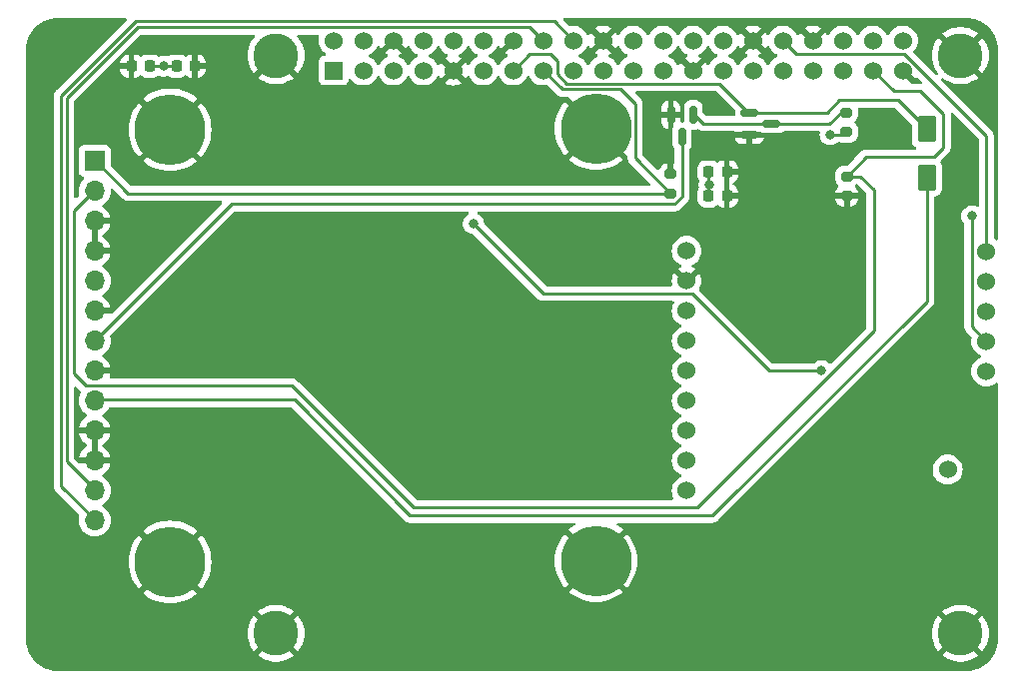
<source format=gbr>
%TF.GenerationSoftware,KiCad,Pcbnew,8.0.5*%
%TF.CreationDate,2024-12-07T17:39:48-08:00*%
%TF.ProjectId,Groundstation_433_Hat,47726f75-6e64-4737-9461-74696f6e5f34,1.2*%
%TF.SameCoordinates,Original*%
%TF.FileFunction,Copper,L1,Top*%
%TF.FilePolarity,Positive*%
%FSLAX46Y46*%
G04 Gerber Fmt 4.6, Leading zero omitted, Abs format (unit mm)*
G04 Created by KiCad (PCBNEW 8.0.5) date 2024-12-07 17:39:48*
%MOMM*%
%LPD*%
G01*
G04 APERTURE LIST*
G04 Aperture macros list*
%AMRoundRect*
0 Rectangle with rounded corners*
0 $1 Rounding radius*
0 $2 $3 $4 $5 $6 $7 $8 $9 X,Y pos of 4 corners*
0 Add a 4 corners polygon primitive as box body*
4,1,4,$2,$3,$4,$5,$6,$7,$8,$9,$2,$3,0*
0 Add four circle primitives for the rounded corners*
1,1,$1+$1,$2,$3*
1,1,$1+$1,$4,$5*
1,1,$1+$1,$6,$7*
1,1,$1+$1,$8,$9*
0 Add four rect primitives between the rounded corners*
20,1,$1+$1,$2,$3,$4,$5,0*
20,1,$1+$1,$4,$5,$6,$7,0*
20,1,$1+$1,$6,$7,$8,$9,0*
20,1,$1+$1,$8,$9,$2,$3,0*%
G04 Aperture macros list end*
%TA.AperFunction,SMDPad,CuDef*%
%ADD10RoundRect,0.225000X-0.225000X-0.250000X0.225000X-0.250000X0.225000X0.250000X-0.225000X0.250000X0*%
%TD*%
%TA.AperFunction,SMDPad,CuDef*%
%ADD11RoundRect,0.150000X-0.150000X0.587500X-0.150000X-0.587500X0.150000X-0.587500X0.150000X0.587500X0*%
%TD*%
%TA.AperFunction,SMDPad,CuDef*%
%ADD12RoundRect,0.200000X0.275000X-0.200000X0.275000X0.200000X-0.275000X0.200000X-0.275000X-0.200000X0*%
%TD*%
%TA.AperFunction,ComponentPad*%
%ADD13R,1.524000X1.524000*%
%TD*%
%TA.AperFunction,ComponentPad*%
%ADD14C,1.524000*%
%TD*%
%TA.AperFunction,ComponentPad*%
%ADD15C,3.812400*%
%TD*%
%TA.AperFunction,SMDPad,CuDef*%
%ADD16RoundRect,0.200000X-0.275000X0.200000X-0.275000X-0.200000X0.275000X-0.200000X0.275000X0.200000X0*%
%TD*%
%TA.AperFunction,ComponentPad*%
%ADD17C,6.000000*%
%TD*%
%TA.AperFunction,SMDPad,CuDef*%
%ADD18RoundRect,0.225000X0.225000X0.250000X-0.225000X0.250000X-0.225000X-0.250000X0.225000X-0.250000X0*%
%TD*%
%TA.AperFunction,SMDPad,CuDef*%
%ADD19RoundRect,0.150000X-0.587500X-0.150000X0.587500X-0.150000X0.587500X0.150000X-0.587500X0.150000X0*%
%TD*%
%TA.AperFunction,SMDPad,CuDef*%
%ADD20RoundRect,0.168300X0.596700X-0.936700X0.596700X0.936700X-0.596700X0.936700X-0.596700X-0.936700X0*%
%TD*%
%TA.AperFunction,ComponentPad*%
%ADD21R,1.700000X1.700000*%
%TD*%
%TA.AperFunction,ComponentPad*%
%ADD22O,1.700000X1.700000*%
%TD*%
%TA.AperFunction,ViaPad*%
%ADD23C,0.800000*%
%TD*%
%TA.AperFunction,Conductor*%
%ADD24C,0.250000*%
%TD*%
G04 APERTURE END LIST*
D10*
X170153937Y-75400000D03*
X171703937Y-75400000D03*
D11*
X168865776Y-68538715D03*
X166965776Y-68538715D03*
X167915776Y-70413715D03*
D12*
X181871002Y-75398901D03*
X181871002Y-73748901D03*
D13*
X138370000Y-64770000D03*
D14*
X138370000Y-62230000D03*
X140910000Y-64770000D03*
X140910000Y-62230000D03*
X143450000Y-64770000D03*
X143450000Y-62230000D03*
X145990000Y-64770000D03*
X145990000Y-62230000D03*
X148530000Y-64770000D03*
X148530000Y-62230000D03*
X151070000Y-64770000D03*
X151070000Y-62230000D03*
X153610000Y-64770000D03*
X153610000Y-62230000D03*
X156150000Y-64770000D03*
X156150000Y-62230000D03*
X158690000Y-64770000D03*
X158690000Y-62230000D03*
X161230000Y-64770000D03*
X161230000Y-62230000D03*
X163770000Y-64770000D03*
X163770000Y-62230000D03*
X166310000Y-64770000D03*
X166310000Y-62230000D03*
X168850000Y-64770000D03*
X168850000Y-62230000D03*
X171390000Y-64770000D03*
X171390000Y-62230000D03*
X173930000Y-64770000D03*
X173930000Y-62230000D03*
X176470000Y-64770000D03*
X176470000Y-62230000D03*
X179010000Y-64770000D03*
X179010000Y-62230000D03*
X181550000Y-64770000D03*
X181550000Y-62230000D03*
X184090000Y-64770000D03*
X184090000Y-62230000D03*
X186630000Y-64770000D03*
X186630000Y-62230000D03*
D15*
X133500000Y-63500000D03*
X191500000Y-63500000D03*
X191500000Y-112500000D03*
X133500000Y-112500000D03*
D16*
X166953937Y-73550000D03*
X166953937Y-75200000D03*
D17*
X124518408Y-106445774D03*
X160618408Y-106345774D03*
X124518408Y-69795774D03*
X160618408Y-69695774D03*
D18*
X122794139Y-64400000D03*
X121244139Y-64400000D03*
D10*
X125054139Y-64400000D03*
X126604139Y-64400000D03*
D14*
X168307575Y-80064234D03*
X168307575Y-82604234D03*
X168307575Y-85144234D03*
X168307575Y-87684234D03*
X168307575Y-90224234D03*
X168307575Y-92764234D03*
X168307575Y-95304234D03*
X168307575Y-97844234D03*
X168307575Y-100384234D03*
X193694899Y-80116567D03*
X193694899Y-82656567D03*
X193694899Y-85196567D03*
X193694899Y-87736567D03*
X193694899Y-90276567D03*
X190418299Y-98607767D03*
D10*
X170153937Y-73373620D03*
X171703937Y-73373620D03*
D19*
X173631121Y-68323188D03*
X173631121Y-70223188D03*
X175506121Y-69273188D03*
D16*
X181833934Y-68327479D03*
X181833934Y-69977479D03*
D20*
X188657821Y-69743807D03*
X188657821Y-73843807D03*
D21*
X118130908Y-72440000D03*
D22*
X118130908Y-74980000D03*
X118130908Y-77520000D03*
X118130908Y-80060000D03*
X118130908Y-82600000D03*
X118130908Y-85140000D03*
X118130908Y-87680000D03*
X118130908Y-90220000D03*
X118130908Y-92760000D03*
X118130908Y-95300000D03*
X118130908Y-97840000D03*
X118130908Y-100380000D03*
X118130908Y-102920000D03*
D23*
X167853937Y-66900000D03*
X150228937Y-77750000D03*
X179728937Y-90250000D03*
X170216522Y-74444646D03*
X180478937Y-70206188D03*
X123953937Y-64400000D03*
X192478937Y-77125000D03*
D24*
X118143395Y-92700000D02*
X118130908Y-92687513D01*
X144853937Y-102500000D02*
X135053937Y-92700000D01*
X188653937Y-83425000D02*
X188653937Y-83448083D01*
X188657821Y-73843807D02*
X188653937Y-73847691D01*
X188653937Y-84325000D02*
X170478937Y-102500000D01*
X188653937Y-83425000D02*
X188653937Y-84325000D01*
X170478937Y-102500000D02*
X144853937Y-102500000D01*
X188653937Y-73847691D02*
X188653937Y-84325000D01*
X135053937Y-92700000D02*
X118143395Y-92700000D01*
X171085433Y-65900000D02*
X158153937Y-65900000D01*
X158153937Y-65900000D02*
X157353937Y-65100000D01*
X154980000Y-63400000D02*
X153610000Y-64770000D01*
X180179643Y-68323188D02*
X173508621Y-68323188D01*
X156753937Y-63400000D02*
X154980000Y-63400000D01*
X157353937Y-64000000D02*
X156753937Y-63400000D01*
X188657821Y-69743807D02*
X186208493Y-67294479D01*
X181208352Y-67294479D02*
X180179643Y-68323188D01*
X186208493Y-67294479D02*
X181208352Y-67294479D01*
X157353937Y-65100000D02*
X157353937Y-64000000D01*
X173508621Y-68323188D02*
X171085433Y-65900000D01*
X163943408Y-67589471D02*
X162724711Y-66370774D01*
X166953937Y-75200000D02*
X163943408Y-72189471D01*
X162724711Y-66370774D02*
X157750774Y-66370774D01*
X120963395Y-75200000D02*
X118130908Y-72367513D01*
X163943408Y-72189471D02*
X163943408Y-67589471D01*
X166953937Y-75200000D02*
X120963395Y-75200000D01*
X157750774Y-66370774D02*
X156150000Y-64770000D01*
X115303937Y-66913604D02*
X121617541Y-60600000D01*
X157060000Y-60600000D02*
X158690000Y-62230000D01*
X115303937Y-100020542D02*
X115303937Y-66913604D01*
X118130908Y-102847513D02*
X115303937Y-100020542D01*
X121617541Y-60600000D02*
X157060000Y-60600000D01*
X115753937Y-97930542D02*
X115753937Y-67100000D01*
X121753937Y-61100000D02*
X155020000Y-61100000D01*
X115753937Y-67100000D02*
X121753937Y-61100000D01*
X118130908Y-100307513D02*
X115753937Y-97930542D01*
X155020000Y-61100000D02*
X156150000Y-62230000D01*
X185856479Y-66536479D02*
X188121765Y-66536479D01*
X116353937Y-90500000D02*
X117366450Y-91512513D01*
X145153937Y-101800000D02*
X169204242Y-101800000D01*
X184170908Y-86783029D02*
X184170908Y-74907513D01*
X189250908Y-72105807D02*
X183514096Y-72105807D01*
X118130908Y-74907513D02*
X116353937Y-76684484D01*
X184170908Y-86833334D02*
X184170908Y-86750000D01*
X188121765Y-66536479D02*
X190055821Y-68470535D01*
X116353937Y-76684484D02*
X116353937Y-90500000D01*
X183012296Y-73748901D02*
X181871002Y-73748901D01*
X117366450Y-91512513D02*
X134866450Y-91512513D01*
X184170908Y-74907513D02*
X183012296Y-73748901D01*
X184090000Y-64770000D02*
X185856479Y-66536479D01*
X190055821Y-71300894D02*
X189250908Y-72105807D01*
X134866450Y-91512513D02*
X145153937Y-101800000D01*
X190055821Y-68470535D02*
X190055821Y-71300894D01*
X183514096Y-72105807D02*
X181871002Y-73748901D01*
X169204242Y-101800000D02*
X184170908Y-86833334D01*
X156170171Y-83691234D02*
X150228937Y-77750000D01*
X175316592Y-90250000D02*
X168757826Y-83691234D01*
X179728937Y-90250000D02*
X175316592Y-90250000D01*
X168757826Y-83691234D02*
X156170171Y-83691234D01*
X167276941Y-76100000D02*
X167915776Y-75461165D01*
X167915776Y-75461165D02*
X167915776Y-70413715D01*
X118130908Y-87680000D02*
X129710908Y-76100000D01*
X129710908Y-76100000D02*
X167276941Y-76100000D01*
X181605225Y-70206188D02*
X181833934Y-69977479D01*
X123920746Y-64366809D02*
X123953937Y-64400000D01*
X180478937Y-70206188D02*
X181605225Y-70206188D01*
X123987128Y-64366809D02*
X123953937Y-64400000D01*
X170216522Y-74444646D02*
X170153937Y-74507231D01*
X170055089Y-75301152D02*
X170153937Y-75400000D01*
X170153937Y-74507231D02*
X170153937Y-75400000D01*
X170153937Y-74382061D02*
X170216522Y-74444646D01*
X125054139Y-64366809D02*
X123987128Y-64366809D01*
X170153937Y-73373620D02*
X170153937Y-74382061D01*
X122794139Y-64366809D02*
X123920746Y-64366809D01*
X192478937Y-77125000D02*
X192478937Y-86520605D01*
X192478937Y-86520605D02*
X193694899Y-87736567D01*
X193694899Y-70297648D02*
X186772251Y-63375000D01*
X186772251Y-63375000D02*
X177615000Y-63375000D01*
X193694899Y-80116567D02*
X193694899Y-70297648D01*
X177615000Y-63375000D02*
X176470000Y-62230000D01*
X169722749Y-69273188D02*
X168865776Y-68416215D01*
X181833934Y-68327479D02*
X181358934Y-68327479D01*
X181358934Y-68327479D02*
X180413225Y-69273188D01*
X180413225Y-69273188D02*
X175628621Y-69273188D01*
X175628621Y-69273188D02*
X169722749Y-69273188D01*
%TA.AperFunction,Conductor*%
G36*
X120800127Y-60320185D02*
G01*
X120845882Y-60372989D01*
X120855826Y-60442147D01*
X120826801Y-60505703D01*
X120820769Y-60512181D01*
X114905206Y-66427744D01*
X114905204Y-66427746D01*
X114875652Y-66457298D01*
X114818079Y-66514870D01*
X114797487Y-66545689D01*
X114797486Y-66545688D01*
X114749626Y-66617316D01*
X114749622Y-66617323D01*
X114702477Y-66731142D01*
X114702474Y-66731150D01*
X114682264Y-66832762D01*
X114682263Y-66832767D01*
X114678437Y-66851998D01*
X114678437Y-100082153D01*
X114702472Y-100202986D01*
X114702477Y-100203003D01*
X114749622Y-100316822D01*
X114749627Y-100316831D01*
X114783851Y-100368049D01*
X114783852Y-100368051D01*
X114818077Y-100419273D01*
X114818078Y-100419274D01*
X114818079Y-100419275D01*
X114905204Y-100506400D01*
X114905205Y-100506400D01*
X114912272Y-100513467D01*
X114912271Y-100513467D01*
X114912275Y-100513470D01*
X116805988Y-102407183D01*
X116839473Y-102468506D01*
X116838082Y-102526957D01*
X116795846Y-102684586D01*
X116795844Y-102684596D01*
X116775249Y-102919999D01*
X116775249Y-102920000D01*
X116795844Y-103155403D01*
X116795846Y-103155413D01*
X116857002Y-103383655D01*
X116857004Y-103383659D01*
X116857005Y-103383663D01*
X116956873Y-103597830D01*
X116956875Y-103597834D01*
X116965626Y-103610331D01*
X117092413Y-103791401D01*
X117259507Y-103958495D01*
X117356292Y-104026265D01*
X117453073Y-104094032D01*
X117453075Y-104094033D01*
X117453078Y-104094035D01*
X117667245Y-104193903D01*
X117895500Y-104255063D01*
X118083826Y-104271539D01*
X118130907Y-104275659D01*
X118130908Y-104275659D01*
X118130909Y-104275659D01*
X118170142Y-104272226D01*
X118366316Y-104255063D01*
X118594571Y-104193903D01*
X118808738Y-104094035D01*
X119002309Y-103958495D01*
X119169403Y-103791401D01*
X119304943Y-103597830D01*
X119404811Y-103383663D01*
X119465971Y-103155408D01*
X119486567Y-102920000D01*
X119484435Y-102895637D01*
X119465971Y-102684596D01*
X119465971Y-102684592D01*
X119404811Y-102456337D01*
X119304943Y-102242171D01*
X119169403Y-102048599D01*
X119169402Y-102048597D01*
X119002310Y-101881506D01*
X119002304Y-101881501D01*
X118816750Y-101751575D01*
X118773125Y-101696998D01*
X118765931Y-101627500D01*
X118797454Y-101565145D01*
X118816750Y-101548425D01*
X118838934Y-101532891D01*
X119002309Y-101418495D01*
X119169403Y-101251401D01*
X119304943Y-101057830D01*
X119404811Y-100843663D01*
X119465971Y-100615408D01*
X119486567Y-100380000D01*
X119465971Y-100144592D01*
X119404811Y-99916337D01*
X119304943Y-99702171D01*
X119218416Y-99578596D01*
X119169402Y-99508597D01*
X119002310Y-99341506D01*
X119002309Y-99341505D01*
X118816313Y-99211269D01*
X118772689Y-99156692D01*
X118765496Y-99087193D01*
X118797018Y-99024839D01*
X118816313Y-99008119D01*
X119001990Y-98878105D01*
X119169013Y-98711082D01*
X119304508Y-98517578D01*
X119404337Y-98303492D01*
X119404340Y-98303486D01*
X119461544Y-98090000D01*
X118563920Y-98090000D01*
X118596833Y-98032993D01*
X118630908Y-97905826D01*
X118630908Y-97774174D01*
X118596833Y-97647007D01*
X118563920Y-97590000D01*
X119461544Y-97590000D01*
X119461543Y-97589999D01*
X119404340Y-97376513D01*
X119404337Y-97376507D01*
X119304508Y-97162422D01*
X119304507Y-97162420D01*
X119169021Y-96968926D01*
X119169016Y-96968920D01*
X119001990Y-96801894D01*
X118815876Y-96671575D01*
X118772252Y-96616998D01*
X118765059Y-96547499D01*
X118796581Y-96485145D01*
X118815876Y-96468425D01*
X119001990Y-96338105D01*
X119169013Y-96171082D01*
X119304508Y-95977578D01*
X119404337Y-95763492D01*
X119404340Y-95763486D01*
X119461544Y-95550000D01*
X118563920Y-95550000D01*
X118596833Y-95492993D01*
X118630908Y-95365826D01*
X118630908Y-95234174D01*
X118596833Y-95107007D01*
X118563920Y-95050000D01*
X119461544Y-95050000D01*
X119461543Y-95049999D01*
X119404340Y-94836513D01*
X119404337Y-94836507D01*
X119304508Y-94622422D01*
X119304507Y-94622420D01*
X119169021Y-94428926D01*
X119169016Y-94428920D01*
X119001986Y-94261890D01*
X118816313Y-94131879D01*
X118772688Y-94077302D01*
X118765496Y-94007804D01*
X118797018Y-93945449D01*
X118816314Y-93928730D01*
X118911944Y-93861769D01*
X119002309Y-93798495D01*
X119169403Y-93631401D01*
X119304943Y-93437830D01*
X119323938Y-93397095D01*
X119370111Y-93344656D01*
X119436320Y-93325500D01*
X134743485Y-93325500D01*
X134810524Y-93345185D01*
X134831166Y-93361819D01*
X144364953Y-102895606D01*
X144364982Y-102895637D01*
X144455203Y-102985858D01*
X144521213Y-103029964D01*
X144521214Y-103029965D01*
X144557647Y-103054309D01*
X144557646Y-103054309D01*
X144557649Y-103054310D01*
X144557652Y-103054312D01*
X144624333Y-103081931D01*
X144624335Y-103081933D01*
X144664577Y-103098601D01*
X144671485Y-103101463D01*
X144731908Y-103113481D01*
X144792330Y-103125500D01*
X158732304Y-103125500D01*
X158799343Y-103145185D01*
X158845098Y-103197989D01*
X158855042Y-103267147D01*
X158826017Y-103330703D01*
X158799839Y-103353495D01*
X158558332Y-103510331D01*
X158325257Y-103699070D01*
X158325257Y-103699071D01*
X159036149Y-104409963D01*
X158949917Y-104478732D01*
X158751366Y-104677283D01*
X158682597Y-104763515D01*
X157971705Y-104052623D01*
X157971704Y-104052623D01*
X157782965Y-104285698D01*
X157583162Y-104593368D01*
X157416612Y-104920238D01*
X157285144Y-105262722D01*
X157190192Y-105617087D01*
X157190192Y-105617089D01*
X157132805Y-105979420D01*
X157113605Y-106345773D01*
X157113605Y-106345774D01*
X157132805Y-106712127D01*
X157190192Y-107074458D01*
X157190192Y-107074460D01*
X157285144Y-107428825D01*
X157416612Y-107771309D01*
X157583162Y-108098180D01*
X157782961Y-108405844D01*
X157971705Y-108638922D01*
X158682596Y-107928031D01*
X158751366Y-108014265D01*
X158949917Y-108212816D01*
X159036149Y-108281584D01*
X158325258Y-108992475D01*
X158558337Y-109181220D01*
X158866001Y-109381019D01*
X159192872Y-109547569D01*
X159535356Y-109679037D01*
X159889722Y-109773989D01*
X160252054Y-109831376D01*
X160618407Y-109850577D01*
X160618409Y-109850577D01*
X160984761Y-109831376D01*
X161347092Y-109773989D01*
X161347094Y-109773989D01*
X161701459Y-109679037D01*
X162043943Y-109547569D01*
X162370814Y-109381019D01*
X162678472Y-109181224D01*
X162911556Y-108992475D01*
X162200666Y-108281585D01*
X162286899Y-108212816D01*
X162485450Y-108014265D01*
X162554219Y-107928032D01*
X163265109Y-108638922D01*
X163453858Y-108405838D01*
X163653653Y-108098180D01*
X163820203Y-107771309D01*
X163951671Y-107428825D01*
X164046623Y-107074460D01*
X164046623Y-107074458D01*
X164104010Y-106712127D01*
X164123211Y-106345774D01*
X164123211Y-106345773D01*
X164104010Y-105979420D01*
X164046623Y-105617089D01*
X164046623Y-105617087D01*
X163951671Y-105262722D01*
X163820203Y-104920238D01*
X163653653Y-104593368D01*
X163453854Y-104285703D01*
X163265109Y-104052624D01*
X162554218Y-104763515D01*
X162485450Y-104677283D01*
X162286899Y-104478732D01*
X162200665Y-104409962D01*
X162911557Y-103699071D01*
X162678478Y-103510327D01*
X162436977Y-103353495D01*
X162391474Y-103300474D01*
X162381860Y-103231269D01*
X162411187Y-103167852D01*
X162470144Y-103130358D01*
X162504512Y-103125500D01*
X170540544Y-103125500D01*
X170600966Y-103113481D01*
X170661389Y-103101463D01*
X170661392Y-103101461D01*
X170661395Y-103101461D01*
X170694724Y-103087654D01*
X170694723Y-103087654D01*
X170694729Y-103087652D01*
X170775223Y-103054312D01*
X170826446Y-103020084D01*
X170877670Y-102985858D01*
X170964795Y-102898733D01*
X170969115Y-102894413D01*
X170969124Y-102894402D01*
X175255762Y-98607764D01*
X189150976Y-98607764D01*
X189150976Y-98607769D01*
X189170228Y-98827829D01*
X189170229Y-98827837D01*
X189227403Y-99041212D01*
X189227404Y-99041214D01*
X189227405Y-99041217D01*
X189313858Y-99226616D01*
X189320765Y-99241429D01*
X189320767Y-99241433D01*
X189447469Y-99422382D01*
X189447474Y-99422388D01*
X189603677Y-99578591D01*
X189603683Y-99578596D01*
X189784632Y-99705298D01*
X189784634Y-99705299D01*
X189784637Y-99705301D01*
X189984849Y-99798661D01*
X190198231Y-99855837D01*
X190355422Y-99869589D01*
X190418297Y-99875090D01*
X190418299Y-99875090D01*
X190418301Y-99875090D01*
X190473316Y-99870276D01*
X190638367Y-99855837D01*
X190851749Y-99798661D01*
X191051961Y-99705301D01*
X191232919Y-99578593D01*
X191389125Y-99422387D01*
X191515833Y-99241429D01*
X191609193Y-99041217D01*
X191666369Y-98827835D01*
X191685622Y-98607767D01*
X191666369Y-98387699D01*
X191609193Y-98174317D01*
X191515833Y-97974106D01*
X191389125Y-97793147D01*
X191232919Y-97636941D01*
X191232915Y-97636938D01*
X191232914Y-97636937D01*
X191051965Y-97510235D01*
X191051961Y-97510233D01*
X191051959Y-97510232D01*
X190851749Y-97416873D01*
X190851746Y-97416872D01*
X190851744Y-97416871D01*
X190638369Y-97359697D01*
X190638361Y-97359696D01*
X190418301Y-97340444D01*
X190418297Y-97340444D01*
X190198236Y-97359696D01*
X190198228Y-97359697D01*
X189984853Y-97416871D01*
X189984847Y-97416874D01*
X189784639Y-97510232D01*
X189784637Y-97510233D01*
X189603676Y-97636942D01*
X189447474Y-97793144D01*
X189320765Y-97974105D01*
X189320764Y-97974107D01*
X189227406Y-98174315D01*
X189227403Y-98174321D01*
X189170229Y-98387696D01*
X189170228Y-98387704D01*
X189150976Y-98607764D01*
X175255762Y-98607764D01*
X189139794Y-84723734D01*
X189208248Y-84621286D01*
X189255400Y-84507452D01*
X189279437Y-84386607D01*
X189279437Y-84263394D01*
X189279437Y-75564147D01*
X189299122Y-75497108D01*
X189351926Y-75451353D01*
X189369832Y-75445571D01*
X189369697Y-75445136D01*
X189531015Y-75394867D01*
X189531016Y-75394866D01*
X189531021Y-75394865D01*
X189670012Y-75310842D01*
X189784856Y-75195998D01*
X189787511Y-75191607D01*
X189817307Y-75142318D01*
X189868879Y-75057007D01*
X189917198Y-74901947D01*
X189923321Y-74834563D01*
X189923321Y-72853051D01*
X189917198Y-72785667D01*
X189892678Y-72706981D01*
X189868881Y-72630612D01*
X189868877Y-72630604D01*
X189821864Y-72552833D01*
X189804028Y-72485278D01*
X189825546Y-72418805D01*
X189840295Y-72401008D01*
X190454550Y-71786754D01*
X190454554Y-71786752D01*
X190541679Y-71699627D01*
X190610132Y-71597180D01*
X190610133Y-71597179D01*
X190610134Y-71597176D01*
X190610136Y-71597173D01*
X190624366Y-71562816D01*
X190657284Y-71483345D01*
X190681321Y-71362501D01*
X190681321Y-71239287D01*
X190681321Y-68468022D01*
X190701006Y-68400983D01*
X190753810Y-68355228D01*
X190822968Y-68345284D01*
X190886524Y-68374309D01*
X190893002Y-68380341D01*
X193033080Y-70520419D01*
X193066565Y-70581742D01*
X193069399Y-70608100D01*
X193069399Y-76211228D01*
X193049714Y-76278267D01*
X192996910Y-76324022D01*
X192927752Y-76333966D01*
X192894963Y-76324507D01*
X192758744Y-76263857D01*
X192758739Y-76263855D01*
X192589127Y-76227804D01*
X192573583Y-76224500D01*
X192384291Y-76224500D01*
X192368747Y-76227804D01*
X192199134Y-76263855D01*
X192199129Y-76263857D01*
X192026207Y-76340848D01*
X192026202Y-76340851D01*
X191873066Y-76452111D01*
X191746403Y-76592785D01*
X191651758Y-76756715D01*
X191651755Y-76756722D01*
X191595226Y-76930703D01*
X191593263Y-76936744D01*
X191573477Y-77125000D01*
X191593263Y-77313256D01*
X191593264Y-77313259D01*
X191651755Y-77493277D01*
X191651758Y-77493284D01*
X191746404Y-77657216D01*
X191789709Y-77705310D01*
X191821587Y-77740715D01*
X191851817Y-77803706D01*
X191853437Y-77823687D01*
X191853437Y-86582211D01*
X191874557Y-86688394D01*
X191874558Y-86688397D01*
X191874557Y-86688397D01*
X191877472Y-86703051D01*
X191877473Y-86703055D01*
X191877474Y-86703056D01*
X191921190Y-86808599D01*
X191924627Y-86816895D01*
X191933861Y-86830713D01*
X191943160Y-86844629D01*
X191943162Y-86844636D01*
X191943164Y-86844636D01*
X191993075Y-86919333D01*
X191993081Y-86919341D01*
X192084523Y-87010783D01*
X192084545Y-87010803D01*
X192426512Y-87352770D01*
X192459997Y-87414093D01*
X192458606Y-87472543D01*
X192446830Y-87516493D01*
X192446829Y-87516500D01*
X192427576Y-87736564D01*
X192427576Y-87736569D01*
X192446828Y-87956629D01*
X192446829Y-87956637D01*
X192504003Y-88170012D01*
X192504004Y-88170014D01*
X192504005Y-88170017D01*
X192572962Y-88317896D01*
X192597365Y-88370229D01*
X192597367Y-88370233D01*
X192724069Y-88551182D01*
X192724074Y-88551188D01*
X192880277Y-88707391D01*
X192880283Y-88707396D01*
X193061232Y-88834098D01*
X193061234Y-88834099D01*
X193061237Y-88834101D01*
X193149220Y-88875128D01*
X193190088Y-88894185D01*
X193242527Y-88940357D01*
X193261679Y-89007551D01*
X193241463Y-89074432D01*
X193190088Y-89118949D01*
X193061239Y-89179032D01*
X193061237Y-89179033D01*
X192880276Y-89305742D01*
X192724074Y-89461944D01*
X192597365Y-89642905D01*
X192597364Y-89642907D01*
X192504006Y-89843115D01*
X192504003Y-89843121D01*
X192446829Y-90056496D01*
X192446828Y-90056504D01*
X192427576Y-90276564D01*
X192427576Y-90276569D01*
X192446828Y-90496629D01*
X192446829Y-90496637D01*
X192504003Y-90710012D01*
X192504004Y-90710014D01*
X192504005Y-90710017D01*
X192552737Y-90814524D01*
X192597365Y-90910229D01*
X192597367Y-90910233D01*
X192724069Y-91091182D01*
X192724074Y-91091188D01*
X192880277Y-91247391D01*
X192880283Y-91247396D01*
X193061232Y-91374098D01*
X193061234Y-91374099D01*
X193061237Y-91374101D01*
X193261449Y-91467461D01*
X193474831Y-91524637D01*
X193632022Y-91538389D01*
X193694897Y-91543890D01*
X193694899Y-91543890D01*
X193694901Y-91543890D01*
X193749916Y-91539076D01*
X193914967Y-91524637D01*
X194128349Y-91467461D01*
X194328561Y-91374101D01*
X194504379Y-91250991D01*
X194570582Y-91228666D01*
X194638350Y-91245676D01*
X194686163Y-91296624D01*
X194699500Y-91352568D01*
X194699500Y-112996519D01*
X194699305Y-113003472D01*
X194682916Y-113295296D01*
X194681359Y-113309114D01*
X194632984Y-113593827D01*
X194629890Y-113607384D01*
X194549939Y-113884899D01*
X194545346Y-113898024D01*
X194434830Y-114164834D01*
X194428797Y-114177362D01*
X194289100Y-114430125D01*
X194281702Y-114441899D01*
X194114584Y-114677430D01*
X194105914Y-114688302D01*
X193913475Y-114903642D01*
X193903642Y-114913475D01*
X193688302Y-115105914D01*
X193677430Y-115114584D01*
X193441899Y-115281702D01*
X193430125Y-115289100D01*
X193177362Y-115428797D01*
X193164834Y-115434830D01*
X192898024Y-115545346D01*
X192884899Y-115549939D01*
X192607384Y-115629890D01*
X192593827Y-115632984D01*
X192309114Y-115681359D01*
X192295296Y-115682916D01*
X192003472Y-115699305D01*
X191996519Y-115699500D01*
X115003497Y-115699500D01*
X114996540Y-115699305D01*
X114704709Y-115682907D01*
X114690892Y-115681349D01*
X114406188Y-115632968D01*
X114392632Y-115629874D01*
X114115117Y-115549916D01*
X114101993Y-115545323D01*
X113835189Y-115434805D01*
X113822661Y-115428772D01*
X113569900Y-115289072D01*
X113558126Y-115281674D01*
X113322592Y-115114551D01*
X113311734Y-115105892D01*
X113096385Y-114913443D01*
X113086555Y-114903613D01*
X113054954Y-114868252D01*
X112894105Y-114688263D01*
X112885453Y-114677413D01*
X112718324Y-114441871D01*
X112710927Y-114430099D01*
X112575135Y-114184408D01*
X112571223Y-114177331D01*
X112565198Y-114164818D01*
X112454676Y-113898006D01*
X112450083Y-113884882D01*
X112437481Y-113841143D01*
X112370122Y-113607356D01*
X112367033Y-113593823D01*
X112318648Y-113309096D01*
X112317093Y-113295296D01*
X112300695Y-113003459D01*
X112300500Y-112996503D01*
X112300500Y-112499994D01*
X131089043Y-112499994D01*
X131089043Y-112500005D01*
X131108052Y-112802165D01*
X131164790Y-113099586D01*
X131258348Y-113387529D01*
X131387265Y-113661492D01*
X131549491Y-113917120D01*
X131630908Y-114015536D01*
X132366829Y-113279615D01*
X132451209Y-113395753D01*
X132604247Y-113548791D01*
X132720383Y-113633168D01*
X131982126Y-114371425D01*
X132208141Y-114535635D01*
X132208145Y-114535637D01*
X132473471Y-114681502D01*
X132473472Y-114681503D01*
X132754969Y-114792955D01*
X132754972Y-114792956D01*
X133048235Y-114868252D01*
X133348605Y-114906199D01*
X133348617Y-114906200D01*
X133651383Y-114906200D01*
X133651394Y-114906199D01*
X133951764Y-114868252D01*
X134245027Y-114792956D01*
X134245030Y-114792955D01*
X134526527Y-114681503D01*
X134526535Y-114681499D01*
X134791845Y-114535644D01*
X135017871Y-114371425D01*
X135017872Y-114371425D01*
X134279616Y-113633169D01*
X134395753Y-113548791D01*
X134548791Y-113395753D01*
X134633169Y-113279616D01*
X135369090Y-114015537D01*
X135450511Y-113917115D01*
X135612734Y-113661492D01*
X135741651Y-113387529D01*
X135835209Y-113099586D01*
X135891947Y-112802165D01*
X135910957Y-112500005D01*
X135910957Y-112499994D01*
X189089043Y-112499994D01*
X189089043Y-112500005D01*
X189108052Y-112802165D01*
X189164790Y-113099586D01*
X189258348Y-113387529D01*
X189387265Y-113661492D01*
X189549491Y-113917120D01*
X189630908Y-114015536D01*
X190366829Y-113279615D01*
X190451209Y-113395753D01*
X190604247Y-113548791D01*
X190720383Y-113633168D01*
X189982126Y-114371425D01*
X190208141Y-114535635D01*
X190208145Y-114535637D01*
X190473471Y-114681502D01*
X190473472Y-114681503D01*
X190754969Y-114792955D01*
X190754972Y-114792956D01*
X191048235Y-114868252D01*
X191348605Y-114906199D01*
X191348617Y-114906200D01*
X191651383Y-114906200D01*
X191651394Y-114906199D01*
X191951764Y-114868252D01*
X192245027Y-114792956D01*
X192245030Y-114792955D01*
X192526527Y-114681503D01*
X192526535Y-114681499D01*
X192791845Y-114535644D01*
X193017871Y-114371425D01*
X193017872Y-114371425D01*
X192279616Y-113633169D01*
X192395753Y-113548791D01*
X192548791Y-113395753D01*
X192633169Y-113279616D01*
X193369090Y-114015537D01*
X193450511Y-113917115D01*
X193612734Y-113661492D01*
X193741651Y-113387529D01*
X193835209Y-113099586D01*
X193891947Y-112802165D01*
X193910957Y-112500005D01*
X193910957Y-112499994D01*
X193891947Y-112197834D01*
X193835209Y-111900413D01*
X193741651Y-111612470D01*
X193612734Y-111338507D01*
X193450508Y-111082879D01*
X193369089Y-110984461D01*
X192633168Y-111720382D01*
X192548791Y-111604247D01*
X192395753Y-111451209D01*
X192279615Y-111366830D01*
X193017872Y-110628573D01*
X192791858Y-110464364D01*
X192791854Y-110464362D01*
X192526528Y-110318497D01*
X192526527Y-110318496D01*
X192245030Y-110207044D01*
X192245027Y-110207043D01*
X191951764Y-110131747D01*
X191651394Y-110093800D01*
X191348605Y-110093800D01*
X191048235Y-110131747D01*
X190754972Y-110207043D01*
X190754969Y-110207044D01*
X190473472Y-110318496D01*
X190473471Y-110318497D01*
X190208145Y-110464362D01*
X190208133Y-110464369D01*
X189982127Y-110628571D01*
X189982126Y-110628573D01*
X190720383Y-111366830D01*
X190604247Y-111451209D01*
X190451209Y-111604247D01*
X190366830Y-111720383D01*
X189630908Y-110984461D01*
X189549491Y-111082879D01*
X189387265Y-111338507D01*
X189258348Y-111612470D01*
X189164790Y-111900413D01*
X189108052Y-112197834D01*
X189089043Y-112499994D01*
X135910957Y-112499994D01*
X135891947Y-112197834D01*
X135835209Y-111900413D01*
X135741651Y-111612470D01*
X135612734Y-111338507D01*
X135450508Y-111082879D01*
X135369089Y-110984461D01*
X134633168Y-111720382D01*
X134548791Y-111604247D01*
X134395753Y-111451209D01*
X134279615Y-111366830D01*
X135017872Y-110628573D01*
X134791858Y-110464364D01*
X134791854Y-110464362D01*
X134526528Y-110318497D01*
X134526527Y-110318496D01*
X134245030Y-110207044D01*
X134245027Y-110207043D01*
X133951764Y-110131747D01*
X133651394Y-110093800D01*
X133348605Y-110093800D01*
X133048235Y-110131747D01*
X132754972Y-110207043D01*
X132754969Y-110207044D01*
X132473472Y-110318496D01*
X132473471Y-110318497D01*
X132208145Y-110464362D01*
X132208133Y-110464369D01*
X131982127Y-110628571D01*
X131982126Y-110628573D01*
X132720383Y-111366830D01*
X132604247Y-111451209D01*
X132451209Y-111604247D01*
X132366830Y-111720383D01*
X131630908Y-110984461D01*
X131549491Y-111082879D01*
X131387265Y-111338507D01*
X131258348Y-111612470D01*
X131164790Y-111900413D01*
X131108052Y-112197834D01*
X131089043Y-112499994D01*
X112300500Y-112499994D01*
X112300500Y-106445773D01*
X121013605Y-106445773D01*
X121013605Y-106445774D01*
X121032805Y-106812127D01*
X121090192Y-107174458D01*
X121090192Y-107174460D01*
X121185144Y-107528825D01*
X121316612Y-107871309D01*
X121483162Y-108198180D01*
X121682961Y-108505844D01*
X121871705Y-108738922D01*
X122582596Y-108028031D01*
X122651366Y-108114265D01*
X122849917Y-108312816D01*
X122936149Y-108381584D01*
X122225258Y-109092475D01*
X122458337Y-109281220D01*
X122766001Y-109481019D01*
X123092872Y-109647569D01*
X123435356Y-109779037D01*
X123789722Y-109873989D01*
X124152054Y-109931376D01*
X124518407Y-109950577D01*
X124518409Y-109950577D01*
X124884761Y-109931376D01*
X125247092Y-109873989D01*
X125247094Y-109873989D01*
X125601459Y-109779037D01*
X125943943Y-109647569D01*
X126270814Y-109481019D01*
X126578472Y-109281224D01*
X126811556Y-109092475D01*
X126100666Y-108381585D01*
X126186899Y-108312816D01*
X126385450Y-108114265D01*
X126454219Y-108028032D01*
X127165109Y-108738922D01*
X127353858Y-108505838D01*
X127553653Y-108198180D01*
X127720203Y-107871309D01*
X127851671Y-107528825D01*
X127946623Y-107174460D01*
X127946623Y-107174458D01*
X128004010Y-106812127D01*
X128023211Y-106445774D01*
X128023211Y-106445773D01*
X128004010Y-106079420D01*
X127946623Y-105717089D01*
X127946623Y-105717087D01*
X127851671Y-105362722D01*
X127720203Y-105020238D01*
X127553653Y-104693368D01*
X127353854Y-104385703D01*
X127165109Y-104152624D01*
X126454218Y-104863515D01*
X126385450Y-104777283D01*
X126186899Y-104578732D01*
X126100665Y-104509962D01*
X126811557Y-103799071D01*
X126578478Y-103610327D01*
X126270814Y-103410528D01*
X125943943Y-103243978D01*
X125601459Y-103112510D01*
X125247093Y-103017558D01*
X124884761Y-102960171D01*
X124518409Y-102940971D01*
X124518407Y-102940971D01*
X124152054Y-102960171D01*
X123789723Y-103017558D01*
X123789721Y-103017558D01*
X123435356Y-103112510D01*
X123092872Y-103243978D01*
X122766002Y-103410528D01*
X122458332Y-103610331D01*
X122225257Y-103799070D01*
X122225257Y-103799071D01*
X122936149Y-104509963D01*
X122849917Y-104578732D01*
X122651366Y-104777283D01*
X122582597Y-104863515D01*
X121871705Y-104152623D01*
X121871704Y-104152623D01*
X121682965Y-104385698D01*
X121483162Y-104693368D01*
X121316612Y-105020238D01*
X121185144Y-105362722D01*
X121090192Y-105717087D01*
X121090192Y-105717089D01*
X121032805Y-106079420D01*
X121013605Y-106445773D01*
X112300500Y-106445773D01*
X112300500Y-63003480D01*
X112300695Y-62996527D01*
X112305322Y-62914142D01*
X112317084Y-62704691D01*
X112318638Y-62690898D01*
X112367015Y-62406167D01*
X112370109Y-62392615D01*
X112385698Y-62338507D01*
X112450061Y-62115096D01*
X112454653Y-62101975D01*
X112462564Y-62082876D01*
X112565175Y-61835151D01*
X112571195Y-61822651D01*
X112710902Y-61569868D01*
X112718297Y-61558100D01*
X112885422Y-61322559D01*
X112894077Y-61311705D01*
X113086534Y-61096346D01*
X113096346Y-61086534D01*
X113311705Y-60894077D01*
X113322559Y-60885422D01*
X113558105Y-60718293D01*
X113569868Y-60710902D01*
X113822651Y-60571195D01*
X113835151Y-60565175D01*
X114101979Y-60454651D01*
X114115096Y-60450061D01*
X114392621Y-60370107D01*
X114406167Y-60367015D01*
X114690898Y-60318638D01*
X114704691Y-60317084D01*
X114996528Y-60300695D01*
X115003481Y-60300500D01*
X115047595Y-60300500D01*
X120733088Y-60300500D01*
X120800127Y-60320185D01*
G37*
%TD.AperFunction*%
%TA.AperFunction,Conductor*%
G36*
X149799705Y-76745185D02*
G01*
X149845460Y-76797989D01*
X149855404Y-76867147D01*
X149826379Y-76930703D01*
X149783104Y-76962778D01*
X149779659Y-76964311D01*
X149776204Y-76965850D01*
X149776202Y-76965851D01*
X149623066Y-77077111D01*
X149496403Y-77217785D01*
X149401758Y-77381715D01*
X149401755Y-77381722D01*
X149365509Y-77493277D01*
X149343263Y-77561744D01*
X149323477Y-77750000D01*
X149343263Y-77938256D01*
X149343264Y-77938259D01*
X149401755Y-78118277D01*
X149401758Y-78118284D01*
X149496404Y-78282216D01*
X149594428Y-78391082D01*
X149623066Y-78422888D01*
X149776202Y-78534148D01*
X149776207Y-78534151D01*
X149949129Y-78611142D01*
X149949134Y-78611144D01*
X150134291Y-78650500D01*
X150193485Y-78650500D01*
X150260524Y-78670185D01*
X150281166Y-78686819D01*
X155771434Y-84177089D01*
X155771438Y-84177092D01*
X155873881Y-84245543D01*
X155873882Y-84245543D01*
X155873886Y-84245546D01*
X155940567Y-84273165D01*
X155940569Y-84273167D01*
X155980811Y-84289835D01*
X155987719Y-84292697D01*
X156007392Y-84296610D01*
X156083271Y-84311703D01*
X156108564Y-84316735D01*
X156108565Y-84316735D01*
X156237892Y-84316735D01*
X156237912Y-84316734D01*
X167107567Y-84316734D01*
X167174606Y-84336419D01*
X167220361Y-84389223D01*
X167230305Y-84458381D01*
X167211737Y-84505304D01*
X167212747Y-84505887D01*
X167210040Y-84510574D01*
X167116682Y-84710782D01*
X167116679Y-84710788D01*
X167059505Y-84924163D01*
X167059504Y-84924171D01*
X167040252Y-85144231D01*
X167040252Y-85144236D01*
X167059504Y-85364296D01*
X167059505Y-85364304D01*
X167116679Y-85577679D01*
X167116680Y-85577681D01*
X167116681Y-85577684D01*
X167210041Y-85777896D01*
X167210043Y-85777900D01*
X167336745Y-85958849D01*
X167336750Y-85958855D01*
X167492953Y-86115058D01*
X167492959Y-86115063D01*
X167673908Y-86241765D01*
X167673910Y-86241766D01*
X167673913Y-86241768D01*
X167786142Y-86294101D01*
X167802764Y-86301852D01*
X167855203Y-86348024D01*
X167874355Y-86415218D01*
X167854139Y-86482099D01*
X167802764Y-86526616D01*
X167673915Y-86586699D01*
X167673913Y-86586700D01*
X167492952Y-86713409D01*
X167336750Y-86869611D01*
X167210041Y-87050572D01*
X167210040Y-87050574D01*
X167116682Y-87250782D01*
X167116679Y-87250788D01*
X167059505Y-87464163D01*
X167059504Y-87464171D01*
X167040252Y-87684231D01*
X167040252Y-87684236D01*
X167059504Y-87904296D01*
X167059505Y-87904304D01*
X167116679Y-88117679D01*
X167116680Y-88117681D01*
X167116681Y-88117684D01*
X167141085Y-88170018D01*
X167210041Y-88317896D01*
X167210043Y-88317900D01*
X167336745Y-88498849D01*
X167336750Y-88498855D01*
X167492953Y-88655058D01*
X167492959Y-88655063D01*
X167673908Y-88781765D01*
X167673910Y-88781766D01*
X167673913Y-88781768D01*
X167786136Y-88834098D01*
X167802764Y-88841852D01*
X167855203Y-88888024D01*
X167874355Y-88955218D01*
X167854139Y-89022099D01*
X167802764Y-89066616D01*
X167673915Y-89126699D01*
X167673913Y-89126700D01*
X167492952Y-89253409D01*
X167336750Y-89409611D01*
X167210041Y-89590572D01*
X167210040Y-89590574D01*
X167116682Y-89790782D01*
X167116679Y-89790788D01*
X167059505Y-90004163D01*
X167059504Y-90004171D01*
X167040252Y-90224231D01*
X167040252Y-90224236D01*
X167059504Y-90444296D01*
X167059505Y-90444304D01*
X167116679Y-90657679D01*
X167116680Y-90657681D01*
X167116681Y-90657684D01*
X167197374Y-90830732D01*
X167210041Y-90857896D01*
X167210043Y-90857900D01*
X167336745Y-91038849D01*
X167336750Y-91038855D01*
X167492953Y-91195058D01*
X167492959Y-91195063D01*
X167673908Y-91321765D01*
X167673910Y-91321766D01*
X167673913Y-91321768D01*
X167786136Y-91374098D01*
X167802764Y-91381852D01*
X167855203Y-91428024D01*
X167874355Y-91495218D01*
X167854139Y-91562099D01*
X167802764Y-91606616D01*
X167673915Y-91666699D01*
X167673913Y-91666700D01*
X167492952Y-91793409D01*
X167336750Y-91949611D01*
X167210041Y-92130572D01*
X167210040Y-92130574D01*
X167116682Y-92330782D01*
X167116679Y-92330788D01*
X167059505Y-92544163D01*
X167059504Y-92544171D01*
X167040252Y-92764231D01*
X167040252Y-92764236D01*
X167059504Y-92984296D01*
X167059505Y-92984304D01*
X167116679Y-93197679D01*
X167116680Y-93197681D01*
X167116681Y-93197684D01*
X167185215Y-93344656D01*
X167210041Y-93397896D01*
X167210043Y-93397900D01*
X167336745Y-93578849D01*
X167336750Y-93578855D01*
X167492953Y-93735058D01*
X167492959Y-93735063D01*
X167673908Y-93861765D01*
X167673910Y-93861766D01*
X167673913Y-93861768D01*
X167793323Y-93917449D01*
X167802764Y-93921852D01*
X167855203Y-93968024D01*
X167874355Y-94035218D01*
X167854139Y-94102099D01*
X167802764Y-94146616D01*
X167673915Y-94206699D01*
X167673913Y-94206700D01*
X167492952Y-94333409D01*
X167336750Y-94489611D01*
X167210041Y-94670572D01*
X167210040Y-94670574D01*
X167116682Y-94870782D01*
X167116679Y-94870788D01*
X167059505Y-95084163D01*
X167059504Y-95084171D01*
X167040252Y-95304231D01*
X167040252Y-95304236D01*
X167059504Y-95524296D01*
X167059505Y-95524304D01*
X167116679Y-95737679D01*
X167116680Y-95737681D01*
X167116681Y-95737684D01*
X167210041Y-95937896D01*
X167210043Y-95937900D01*
X167336745Y-96118849D01*
X167336750Y-96118855D01*
X167492953Y-96275058D01*
X167492959Y-96275063D01*
X167673908Y-96401765D01*
X167673910Y-96401766D01*
X167673913Y-96401768D01*
X167793323Y-96457449D01*
X167802764Y-96461852D01*
X167855203Y-96508024D01*
X167874355Y-96575218D01*
X167854139Y-96642099D01*
X167802764Y-96686616D01*
X167673915Y-96746699D01*
X167673913Y-96746700D01*
X167492952Y-96873409D01*
X167336750Y-97029611D01*
X167210041Y-97210572D01*
X167210040Y-97210574D01*
X167116682Y-97410782D01*
X167116679Y-97410788D01*
X167059505Y-97624163D01*
X167059504Y-97624171D01*
X167040252Y-97844231D01*
X167040252Y-97844236D01*
X167059504Y-98064296D01*
X167059505Y-98064304D01*
X167116679Y-98277679D01*
X167116680Y-98277681D01*
X167116681Y-98277684D01*
X167167980Y-98387696D01*
X167210041Y-98477896D01*
X167210043Y-98477900D01*
X167336745Y-98658849D01*
X167336750Y-98658855D01*
X167492953Y-98815058D01*
X167492959Y-98815063D01*
X167673908Y-98941765D01*
X167673910Y-98941766D01*
X167673913Y-98941768D01*
X167778703Y-98990632D01*
X167802764Y-99001852D01*
X167855203Y-99048024D01*
X167874355Y-99115218D01*
X167854139Y-99182099D01*
X167802764Y-99226616D01*
X167673915Y-99286699D01*
X167673913Y-99286700D01*
X167492952Y-99413409D01*
X167336750Y-99569611D01*
X167210041Y-99750572D01*
X167210040Y-99750574D01*
X167116682Y-99950782D01*
X167116679Y-99950788D01*
X167059505Y-100164163D01*
X167059504Y-100164171D01*
X167040252Y-100384231D01*
X167040252Y-100384236D01*
X167059504Y-100604296D01*
X167059505Y-100604304D01*
X167116679Y-100817679D01*
X167116680Y-100817681D01*
X167116681Y-100817684D01*
X167128796Y-100843664D01*
X167200808Y-100998095D01*
X167211300Y-101067173D01*
X167182780Y-101130957D01*
X167124304Y-101169196D01*
X167088426Y-101174500D01*
X145464390Y-101174500D01*
X145397351Y-101154815D01*
X145376709Y-101138181D01*
X135359378Y-91120851D01*
X135359375Y-91120847D01*
X135359375Y-91120848D01*
X135352308Y-91113781D01*
X135352308Y-91113780D01*
X135265183Y-91026655D01*
X135204126Y-90985858D01*
X135204127Y-90985858D01*
X135204125Y-90985856D01*
X135162740Y-90958203D01*
X135162736Y-90958201D01*
X135152352Y-90953900D01*
X135077481Y-90922888D01*
X135048902Y-90911050D01*
X135048898Y-90911049D01*
X135048894Y-90911048D01*
X134986977Y-90898732D01*
X134986976Y-90898732D01*
X134928061Y-90887013D01*
X134928057Y-90887013D01*
X134928056Y-90887013D01*
X119504076Y-90887013D01*
X119437037Y-90867328D01*
X119391282Y-90814524D01*
X119381338Y-90745366D01*
X119391694Y-90710608D01*
X119404337Y-90683492D01*
X119404340Y-90683486D01*
X119461544Y-90470000D01*
X118563920Y-90470000D01*
X118596833Y-90412993D01*
X118630908Y-90285826D01*
X118630908Y-90154174D01*
X118596833Y-90027007D01*
X118563920Y-89970000D01*
X119461544Y-89970000D01*
X119461543Y-89969999D01*
X119404340Y-89756513D01*
X119404337Y-89756507D01*
X119304508Y-89542422D01*
X119304507Y-89542420D01*
X119169021Y-89348926D01*
X119169016Y-89348920D01*
X119001986Y-89181890D01*
X118816313Y-89051879D01*
X118772688Y-88997302D01*
X118765496Y-88927804D01*
X118797018Y-88865449D01*
X118816314Y-88848730D01*
X118837205Y-88834102D01*
X119002309Y-88718495D01*
X119169403Y-88551401D01*
X119304943Y-88357830D01*
X119404811Y-88143663D01*
X119465971Y-87915408D01*
X119486567Y-87680000D01*
X119465971Y-87444592D01*
X119439051Y-87344125D01*
X119440714Y-87274276D01*
X119471143Y-87224353D01*
X129933679Y-76761819D01*
X129995002Y-76728334D01*
X130021360Y-76725500D01*
X149732666Y-76725500D01*
X149799705Y-76745185D01*
G37*
%TD.AperFunction*%
%TA.AperFunction,Conductor*%
G36*
X116584640Y-91615739D02*
G01*
X116591112Y-91621766D01*
X116762750Y-91793404D01*
X116925576Y-91956230D01*
X116959061Y-92017553D01*
X116954077Y-92087245D01*
X116950277Y-92096316D01*
X116857006Y-92296335D01*
X116857002Y-92296344D01*
X116795846Y-92524586D01*
X116795844Y-92524596D01*
X116775249Y-92759999D01*
X116775249Y-92760000D01*
X116795844Y-92995403D01*
X116795846Y-92995413D01*
X116857002Y-93223655D01*
X116857004Y-93223659D01*
X116857005Y-93223663D01*
X116938253Y-93397900D01*
X116956873Y-93437830D01*
X116956875Y-93437834D01*
X117092409Y-93631395D01*
X117092414Y-93631402D01*
X117259505Y-93798493D01*
X117259511Y-93798498D01*
X117445502Y-93928730D01*
X117489127Y-93983307D01*
X117496321Y-94052805D01*
X117464798Y-94115160D01*
X117445503Y-94131880D01*
X117259830Y-94261890D01*
X117259828Y-94261891D01*
X117092799Y-94428920D01*
X117092794Y-94428926D01*
X116957308Y-94622420D01*
X116957307Y-94622422D01*
X116857478Y-94836507D01*
X116857475Y-94836513D01*
X116800272Y-95049999D01*
X116800272Y-95050000D01*
X117697896Y-95050000D01*
X117664983Y-95107007D01*
X117630908Y-95234174D01*
X117630908Y-95365826D01*
X117664983Y-95492993D01*
X117697896Y-95550000D01*
X116800272Y-95550000D01*
X116857475Y-95763486D01*
X116857478Y-95763492D01*
X116957307Y-95977578D01*
X117092802Y-96171082D01*
X117259825Y-96338105D01*
X117445939Y-96468425D01*
X117489564Y-96523003D01*
X117496756Y-96592501D01*
X117465234Y-96654856D01*
X117445939Y-96671575D01*
X117259830Y-96801890D01*
X117259828Y-96801891D01*
X117092799Y-96968920D01*
X117092794Y-96968926D01*
X116957308Y-97162420D01*
X116957307Y-97162422D01*
X116857478Y-97376507D01*
X116857475Y-97376513D01*
X116800272Y-97589999D01*
X116800272Y-97590000D01*
X117697896Y-97590000D01*
X117664983Y-97647007D01*
X117630908Y-97774174D01*
X117630908Y-97905826D01*
X117664983Y-98032993D01*
X117697896Y-98090000D01*
X116849348Y-98090000D01*
X116782309Y-98070315D01*
X116761667Y-98053681D01*
X116415756Y-97707770D01*
X116382271Y-97646447D01*
X116379437Y-97620089D01*
X116379437Y-91709452D01*
X116399122Y-91642413D01*
X116451926Y-91596658D01*
X116521084Y-91586714D01*
X116584640Y-91615739D01*
G37*
%TD.AperFunction*%
%TA.AperFunction,Conductor*%
G36*
X118380908Y-97406988D02*
G01*
X118323901Y-97374075D01*
X118196734Y-97340000D01*
X118065082Y-97340000D01*
X117937915Y-97374075D01*
X117880908Y-97406988D01*
X117880908Y-95733012D01*
X117937915Y-95765925D01*
X118065082Y-95800000D01*
X118196734Y-95800000D01*
X118323901Y-95765925D01*
X118380908Y-95733012D01*
X118380908Y-97406988D01*
G37*
%TD.AperFunction*%
%TA.AperFunction,Conductor*%
G36*
X185965080Y-67939664D02*
G01*
X185985722Y-67956298D01*
X187356002Y-69326578D01*
X187389487Y-69387901D01*
X187392321Y-69414259D01*
X187392321Y-70734560D01*
X187398444Y-70801948D01*
X187446760Y-70957001D01*
X187446763Y-70957008D01*
X187530783Y-71095995D01*
X187530786Y-71095999D01*
X187645628Y-71210841D01*
X187710719Y-71250190D01*
X187757906Y-71301718D01*
X187769745Y-71370577D01*
X187742476Y-71434906D01*
X187684758Y-71474280D01*
X187646569Y-71480307D01*
X183452489Y-71480307D01*
X183437215Y-71483345D01*
X183437214Y-71483344D01*
X183331651Y-71504342D01*
X183331643Y-71504344D01*
X183295547Y-71519296D01*
X183295546Y-71519296D01*
X183217811Y-71551493D01*
X183207723Y-71558235D01*
X183207722Y-71558236D01*
X183115364Y-71619947D01*
X183072496Y-71662816D01*
X183028238Y-71707074D01*
X183028235Y-71707077D01*
X182470978Y-72264335D01*
X181923231Y-72812082D01*
X181861908Y-72845567D01*
X181835550Y-72848401D01*
X181539386Y-72848401D01*
X181520147Y-72850149D01*
X181468809Y-72854814D01*
X181306395Y-72905423D01*
X181160813Y-72993431D01*
X181040532Y-73113712D01*
X180952524Y-73259294D01*
X180901915Y-73421708D01*
X180895502Y-73492287D01*
X180895502Y-74005514D01*
X180901915Y-74076093D01*
X180901915Y-74076095D01*
X180901916Y-74076097D01*
X180952524Y-74238507D01*
X180978376Y-74281272D01*
X181040532Y-74384089D01*
X181143017Y-74486574D01*
X181176502Y-74547897D01*
X181171518Y-74617589D01*
X181143017Y-74661936D01*
X181040930Y-74764022D01*
X181040929Y-74764023D01*
X180952982Y-74909505D01*
X180902411Y-75071794D01*
X180896002Y-75142328D01*
X180896002Y-75148901D01*
X182846001Y-75148901D01*
X182846001Y-75142318D01*
X182839593Y-75071798D01*
X182839592Y-75071793D01*
X182789020Y-74909504D01*
X182701074Y-74764023D01*
X182598986Y-74661935D01*
X182565501Y-74600612D01*
X182570485Y-74530920D01*
X182598984Y-74486575D01*
X182644503Y-74441056D01*
X182705824Y-74407573D01*
X182775516Y-74412557D01*
X182819863Y-74441058D01*
X183509089Y-75130284D01*
X183542574Y-75191607D01*
X183545408Y-75217965D01*
X183545408Y-86522881D01*
X183525723Y-86589920D01*
X183509089Y-86610562D01*
X180525627Y-89594023D01*
X180464304Y-89627508D01*
X180394612Y-89622524D01*
X180345797Y-89589315D01*
X180334814Y-89577117D01*
X180334806Y-89577110D01*
X180181671Y-89465851D01*
X180181666Y-89465848D01*
X180008744Y-89388857D01*
X180008739Y-89388855D01*
X179862938Y-89357865D01*
X179823583Y-89349500D01*
X179634291Y-89349500D01*
X179601834Y-89356398D01*
X179449134Y-89388855D01*
X179449129Y-89388857D01*
X179276207Y-89465848D01*
X179276202Y-89465851D01*
X179123067Y-89577110D01*
X179123063Y-89577114D01*
X179117337Y-89583474D01*
X179057850Y-89620121D01*
X179025189Y-89624500D01*
X175627044Y-89624500D01*
X175560005Y-89604815D01*
X175539363Y-89588181D01*
X169389353Y-83438171D01*
X169355868Y-83376848D01*
X169360852Y-83307156D01*
X169375460Y-83279365D01*
X169404673Y-83237645D01*
X169404675Y-83237641D01*
X169497994Y-83037518D01*
X169497999Y-83037504D01*
X169555148Y-82824220D01*
X169555150Y-82824210D01*
X169574396Y-82604234D01*
X169574396Y-82604233D01*
X169555150Y-82384257D01*
X169555148Y-82384247D01*
X169497999Y-82170963D01*
X169497995Y-82170954D01*
X169404671Y-81970820D01*
X169359316Y-81906045D01*
X169359315Y-81906044D01*
X168688575Y-82576784D01*
X168688575Y-82554074D01*
X168662611Y-82457173D01*
X168612451Y-82370294D01*
X168541515Y-82299358D01*
X168454636Y-82249198D01*
X168357735Y-82223234D01*
X168335023Y-82223234D01*
X169005763Y-81552493D01*
X169005762Y-81552492D01*
X168940986Y-81507135D01*
X168940980Y-81507132D01*
X168811794Y-81446892D01*
X168759354Y-81400720D01*
X168740202Y-81333527D01*
X168760418Y-81266645D01*
X168811794Y-81222128D01*
X168829008Y-81214101D01*
X168941237Y-81161768D01*
X169122195Y-81035060D01*
X169278401Y-80878854D01*
X169405109Y-80697896D01*
X169498469Y-80497684D01*
X169555645Y-80284302D01*
X169574898Y-80064234D01*
X169555645Y-79844166D01*
X169498469Y-79630784D01*
X169405109Y-79430573D01*
X169278401Y-79249614D01*
X169122195Y-79093408D01*
X169122191Y-79093405D01*
X169122190Y-79093404D01*
X168941241Y-78966702D01*
X168941237Y-78966700D01*
X168902779Y-78948767D01*
X168741025Y-78873340D01*
X168741022Y-78873339D01*
X168741020Y-78873338D01*
X168527645Y-78816164D01*
X168527637Y-78816163D01*
X168307577Y-78796911D01*
X168307573Y-78796911D01*
X168087512Y-78816163D01*
X168087504Y-78816164D01*
X167874129Y-78873338D01*
X167874123Y-78873341D01*
X167673915Y-78966699D01*
X167673913Y-78966700D01*
X167492952Y-79093409D01*
X167336750Y-79249611D01*
X167210041Y-79430572D01*
X167210040Y-79430574D01*
X167116682Y-79630782D01*
X167116679Y-79630788D01*
X167059505Y-79844163D01*
X167059504Y-79844171D01*
X167040252Y-80064231D01*
X167040252Y-80064236D01*
X167059504Y-80284296D01*
X167059505Y-80284304D01*
X167116679Y-80497679D01*
X167116680Y-80497681D01*
X167116681Y-80497684D01*
X167210041Y-80697896D01*
X167210043Y-80697900D01*
X167336745Y-80878849D01*
X167336750Y-80878855D01*
X167492953Y-81035058D01*
X167492959Y-81035063D01*
X167673908Y-81161765D01*
X167673910Y-81161766D01*
X167673913Y-81161768D01*
X167786142Y-81214101D01*
X167803356Y-81222128D01*
X167855795Y-81268300D01*
X167874947Y-81335494D01*
X167854731Y-81402375D01*
X167803356Y-81446892D01*
X167674165Y-81507135D01*
X167609386Y-81552492D01*
X168280128Y-82223234D01*
X168257415Y-82223234D01*
X168160514Y-82249198D01*
X168073635Y-82299358D01*
X168002699Y-82370294D01*
X167952539Y-82457173D01*
X167926575Y-82554074D01*
X167926575Y-82576787D01*
X167255833Y-81906045D01*
X167210476Y-81970824D01*
X167117154Y-82170954D01*
X167117150Y-82170963D01*
X167060001Y-82384247D01*
X167059999Y-82384257D01*
X167040754Y-82604233D01*
X167040754Y-82604234D01*
X167059999Y-82824210D01*
X167060000Y-82824216D01*
X167082890Y-82909640D01*
X167081227Y-82979490D01*
X167042065Y-83037353D01*
X166977836Y-83064857D01*
X166963115Y-83065734D01*
X156480624Y-83065734D01*
X156413585Y-83046049D01*
X156392943Y-83029415D01*
X151167897Y-77804370D01*
X151134412Y-77743047D01*
X151132260Y-77729671D01*
X151114611Y-77561744D01*
X151056116Y-77381716D01*
X150961470Y-77217784D01*
X150834808Y-77077112D01*
X150806448Y-77056507D01*
X150681671Y-76965851D01*
X150681669Y-76965850D01*
X150681667Y-76965849D01*
X150674770Y-76962778D01*
X150621534Y-76917528D01*
X150601214Y-76850678D01*
X150620260Y-76783455D01*
X150672627Y-76737200D01*
X150725208Y-76725500D01*
X167338548Y-76725500D01*
X167398970Y-76713481D01*
X167459393Y-76701463D01*
X167459396Y-76701461D01*
X167459399Y-76701461D01*
X167492728Y-76687654D01*
X167492727Y-76687654D01*
X167492733Y-76687652D01*
X167573227Y-76654312D01*
X167624450Y-76620084D01*
X167675674Y-76585858D01*
X167762799Y-76498733D01*
X167762800Y-76498731D01*
X167769866Y-76491665D01*
X167769869Y-76491661D01*
X168314505Y-75947025D01*
X168314509Y-75947023D01*
X168401634Y-75859898D01*
X168443188Y-75797708D01*
X168470088Y-75757451D01*
X168503428Y-75676957D01*
X168503429Y-75676956D01*
X168517236Y-75643625D01*
X168517236Y-75643623D01*
X168517239Y-75643617D01*
X168529405Y-75582451D01*
X168541276Y-75522772D01*
X168541276Y-75399558D01*
X168541276Y-73075267D01*
X169203437Y-73075267D01*
X169203437Y-73671957D01*
X169203438Y-73671975D01*
X169213587Y-73771327D01*
X169213588Y-73771330D01*
X169266933Y-73932314D01*
X169266938Y-73932325D01*
X169347638Y-74063158D01*
X169366079Y-74130550D01*
X169360031Y-74166572D01*
X169330850Y-74256383D01*
X169330848Y-74256389D01*
X169311062Y-74444646D01*
X169330848Y-74632904D01*
X169335415Y-74646958D01*
X169337409Y-74716799D01*
X169323022Y-74750371D01*
X169266935Y-74841300D01*
X169266933Y-74841305D01*
X169213588Y-75002290D01*
X169203437Y-75101647D01*
X169203437Y-75698337D01*
X169203438Y-75698355D01*
X169213587Y-75797707D01*
X169213588Y-75797708D01*
X169266933Y-75958694D01*
X169266938Y-75958705D01*
X169355966Y-76103040D01*
X169355969Y-76103044D01*
X169475892Y-76222967D01*
X169475896Y-76222970D01*
X169620231Y-76311998D01*
X169620234Y-76311999D01*
X169620240Y-76312003D01*
X169781229Y-76365349D01*
X169880592Y-76375500D01*
X170427281Y-76375499D01*
X170427289Y-76375498D01*
X170427292Y-76375498D01*
X170481697Y-76369940D01*
X170526645Y-76365349D01*
X170687634Y-76312003D01*
X170831981Y-76222968D01*
X170841605Y-76213343D01*
X170902924Y-76179856D01*
X170972616Y-76184835D01*
X171016971Y-76213339D01*
X171026204Y-76222572D01*
X171026208Y-76222575D01*
X171170444Y-76311542D01*
X171170455Y-76311547D01*
X171331330Y-76364855D01*
X171430620Y-76374999D01*
X171953937Y-76374999D01*
X171977245Y-76374999D01*
X171977259Y-76374998D01*
X172076544Y-76364855D01*
X172237418Y-76311547D01*
X172237429Y-76311542D01*
X172381665Y-76222575D01*
X172381669Y-76222572D01*
X172501509Y-76102732D01*
X172501512Y-76102728D01*
X172590479Y-75958492D01*
X172590484Y-75958481D01*
X172643792Y-75797606D01*
X172653936Y-75698322D01*
X172653937Y-75698309D01*
X172653937Y-75655483D01*
X180896003Y-75655483D01*
X180902410Y-75726003D01*
X180902411Y-75726008D01*
X180952983Y-75888297D01*
X181040929Y-76033778D01*
X181161124Y-76153973D01*
X181306606Y-76241920D01*
X181306605Y-76241920D01*
X181468896Y-76292491D01*
X181468894Y-76292491D01*
X181539420Y-76298900D01*
X182121002Y-76298900D01*
X182202583Y-76298900D01*
X182273104Y-76292492D01*
X182273109Y-76292491D01*
X182435398Y-76241919D01*
X182580879Y-76153973D01*
X182701074Y-76033778D01*
X182789021Y-75888296D01*
X182839592Y-75726007D01*
X182846002Y-75655473D01*
X182846002Y-75648901D01*
X182121002Y-75648901D01*
X182121002Y-76298900D01*
X181539420Y-76298900D01*
X181621001Y-76298899D01*
X181621002Y-76298899D01*
X181621002Y-75648901D01*
X180896003Y-75648901D01*
X180896003Y-75655483D01*
X172653937Y-75655483D01*
X172653937Y-75650000D01*
X171953937Y-75650000D01*
X171953937Y-76374999D01*
X171430620Y-76374999D01*
X171453937Y-76374998D01*
X171453937Y-75150000D01*
X171953937Y-75150000D01*
X172653936Y-75150000D01*
X172653936Y-75101692D01*
X172653935Y-75101677D01*
X172643792Y-75002392D01*
X172590484Y-74841518D01*
X172590479Y-74841507D01*
X172501512Y-74697271D01*
X172501509Y-74697267D01*
X172381669Y-74577427D01*
X172381665Y-74577424D01*
X172243736Y-74492348D01*
X172197011Y-74440400D01*
X172185790Y-74371438D01*
X172213633Y-74307356D01*
X172243736Y-74281272D01*
X172381665Y-74196195D01*
X172381669Y-74196192D01*
X172501509Y-74076352D01*
X172501512Y-74076348D01*
X172590479Y-73932112D01*
X172590484Y-73932101D01*
X172643792Y-73771226D01*
X172653936Y-73671942D01*
X172653937Y-73671929D01*
X172653937Y-73623620D01*
X171953937Y-73623620D01*
X171953937Y-75150000D01*
X171453937Y-75150000D01*
X171453937Y-73123620D01*
X171953937Y-73123620D01*
X172653936Y-73123620D01*
X172653936Y-73075312D01*
X172653935Y-73075297D01*
X172643792Y-72976012D01*
X172590484Y-72815138D01*
X172590479Y-72815127D01*
X172501512Y-72670891D01*
X172501509Y-72670887D01*
X172381669Y-72551047D01*
X172381665Y-72551044D01*
X172237429Y-72462077D01*
X172237418Y-72462072D01*
X172076543Y-72408764D01*
X171977259Y-72398620D01*
X171953937Y-72398620D01*
X171953937Y-73123620D01*
X171453937Y-73123620D01*
X171453937Y-72398619D01*
X171430630Y-72398620D01*
X171430611Y-72398621D01*
X171331329Y-72408764D01*
X171170455Y-72462072D01*
X171170444Y-72462077D01*
X171026208Y-72551044D01*
X171026202Y-72551048D01*
X171016968Y-72560283D01*
X170955644Y-72593766D01*
X170885952Y-72588779D01*
X170841609Y-72560280D01*
X170831981Y-72550652D01*
X170831977Y-72550649D01*
X170687642Y-72461621D01*
X170687636Y-72461618D01*
X170687634Y-72461617D01*
X170629867Y-72442475D01*
X170526646Y-72408271D01*
X170427283Y-72398120D01*
X169880599Y-72398120D01*
X169880581Y-72398121D01*
X169781229Y-72408270D01*
X169781226Y-72408271D01*
X169620242Y-72461616D01*
X169620231Y-72461621D01*
X169475896Y-72550649D01*
X169475892Y-72550652D01*
X169355969Y-72670575D01*
X169355966Y-72670579D01*
X169266938Y-72814914D01*
X169266933Y-72814925D01*
X169213588Y-72975910D01*
X169203437Y-73075267D01*
X168541276Y-73075267D01*
X168541276Y-71497023D01*
X168560961Y-71429984D01*
X168577593Y-71409343D01*
X168583857Y-71403080D01*
X168667520Y-71261613D01*
X168701477Y-71144732D01*
X168713373Y-71103788D01*
X168713374Y-71103782D01*
X168716276Y-71066909D01*
X168716276Y-70473189D01*
X172396325Y-70473189D01*
X172396520Y-70475674D01*
X172442339Y-70633386D01*
X172525935Y-70774740D01*
X172525942Y-70774749D01*
X172642059Y-70890866D01*
X172642068Y-70890873D01*
X172783424Y-70974470D01*
X172783427Y-70974471D01*
X172941125Y-71020287D01*
X172941131Y-71020288D01*
X172977971Y-71023187D01*
X172977987Y-71023188D01*
X173381121Y-71023188D01*
X173881121Y-71023188D01*
X174284255Y-71023188D01*
X174284270Y-71023187D01*
X174321110Y-71020288D01*
X174321116Y-71020287D01*
X174478814Y-70974471D01*
X174478817Y-70974470D01*
X174620173Y-70890873D01*
X174620182Y-70890866D01*
X174736299Y-70774749D01*
X174736306Y-70774740D01*
X174819902Y-70633386D01*
X174865721Y-70475674D01*
X174865916Y-70473189D01*
X174865916Y-70473188D01*
X173881121Y-70473188D01*
X173881121Y-71023188D01*
X173381121Y-71023188D01*
X173381121Y-70473188D01*
X172396326Y-70473188D01*
X172396325Y-70473189D01*
X168716276Y-70473189D01*
X168716276Y-69900715D01*
X168735961Y-69833676D01*
X168788765Y-69787921D01*
X168840276Y-69776715D01*
X169081462Y-69776715D01*
X169081470Y-69776715D01*
X169118345Y-69773813D01*
X169221628Y-69743806D01*
X169291497Y-69744005D01*
X169325113Y-69759779D01*
X169377867Y-69795028D01*
X169426464Y-69827500D01*
X169493145Y-69855119D01*
X169493147Y-69855121D01*
X169533389Y-69871789D01*
X169540297Y-69874651D01*
X169600720Y-69886669D01*
X169661142Y-69898688D01*
X169661143Y-69898688D01*
X172273219Y-69898688D01*
X172340258Y-69918373D01*
X172364274Y-69938516D01*
X172396325Y-69973188D01*
X174536806Y-69973188D01*
X174599927Y-69990456D01*
X174658223Y-70024932D01*
X174695114Y-70035650D01*
X174816047Y-70070785D01*
X174816050Y-70070785D01*
X174816052Y-70070786D01*
X174852927Y-70073688D01*
X174852935Y-70073688D01*
X176159307Y-70073688D01*
X176159315Y-70073688D01*
X176196190Y-70070786D01*
X176196192Y-70070785D01*
X176196194Y-70070785D01*
X176237812Y-70058693D01*
X176354019Y-70024932D01*
X176495486Y-69941269D01*
X176498239Y-69938516D01*
X176501749Y-69935007D01*
X176563072Y-69901522D01*
X176589430Y-69898688D01*
X179468081Y-69898688D01*
X179535120Y-69918373D01*
X179580875Y-69971177D01*
X179591401Y-70035645D01*
X179573477Y-70206188D01*
X179593263Y-70394444D01*
X179593264Y-70394447D01*
X179651755Y-70574465D01*
X179651758Y-70574472D01*
X179746404Y-70738404D01*
X179866302Y-70871564D01*
X179873066Y-70879076D01*
X180026202Y-70990336D01*
X180026207Y-70990339D01*
X180199129Y-71067330D01*
X180199134Y-71067332D01*
X180384291Y-71106688D01*
X180384292Y-71106688D01*
X180573581Y-71106688D01*
X180573583Y-71106688D01*
X180758740Y-71067332D01*
X180931667Y-70990339D01*
X181084808Y-70879076D01*
X181087725Y-70875835D01*
X181090537Y-70872714D01*
X181150024Y-70836067D01*
X181182685Y-70831688D01*
X181284893Y-70831688D01*
X181321782Y-70837302D01*
X181431738Y-70871565D01*
X181502318Y-70877979D01*
X181502321Y-70877979D01*
X182165547Y-70877979D01*
X182165550Y-70877979D01*
X182236130Y-70871565D01*
X182398540Y-70820957D01*
X182544119Y-70732951D01*
X182664406Y-70612664D01*
X182752412Y-70467085D01*
X182803020Y-70304675D01*
X182809434Y-70234095D01*
X182809434Y-69720863D01*
X182803020Y-69650283D01*
X182752412Y-69487873D01*
X182664406Y-69342294D01*
X182664404Y-69342292D01*
X182664403Y-69342290D01*
X182562273Y-69240160D01*
X182528788Y-69178837D01*
X182533772Y-69109145D01*
X182562273Y-69064798D01*
X182664402Y-68962668D01*
X182664403Y-68962667D01*
X182664406Y-68962664D01*
X182752412Y-68817085D01*
X182803020Y-68654675D01*
X182809434Y-68584095D01*
X182809434Y-68070863D01*
X182808010Y-68055200D01*
X182821545Y-67986658D01*
X182869990Y-67936311D01*
X182931501Y-67919979D01*
X185898041Y-67919979D01*
X185965080Y-67939664D01*
G37*
%TD.AperFunction*%
%TA.AperFunction,Conductor*%
G36*
X119676823Y-74800221D02*
G01*
X119691779Y-74812975D01*
X120564658Y-75685855D01*
X120564662Y-75685858D01*
X120667105Y-75754309D01*
X120667106Y-75754309D01*
X120667110Y-75754312D01*
X120733791Y-75781931D01*
X120733793Y-75781933D01*
X120771875Y-75797707D01*
X120780943Y-75801463D01*
X120792260Y-75803714D01*
X120847024Y-75814607D01*
X120901787Y-75825501D01*
X120901789Y-75825501D01*
X121031116Y-75825501D01*
X121031136Y-75825500D01*
X128801456Y-75825500D01*
X128868495Y-75845185D01*
X128914250Y-75897989D01*
X128924194Y-75967147D01*
X128895169Y-76030703D01*
X128889137Y-76037181D01*
X119572635Y-85353681D01*
X119511312Y-85387166D01*
X119484954Y-85390000D01*
X118563920Y-85390000D01*
X118596833Y-85332993D01*
X118630908Y-85205826D01*
X118630908Y-85074174D01*
X118596833Y-84947007D01*
X118563920Y-84890000D01*
X119461544Y-84890000D01*
X119461543Y-84889999D01*
X119404340Y-84676513D01*
X119404337Y-84676507D01*
X119304508Y-84462422D01*
X119304507Y-84462420D01*
X119169021Y-84268926D01*
X119169016Y-84268920D01*
X119001986Y-84101890D01*
X118816313Y-83971879D01*
X118772688Y-83917302D01*
X118765496Y-83847804D01*
X118797018Y-83785449D01*
X118816314Y-83768730D01*
X118837205Y-83754102D01*
X119002309Y-83638495D01*
X119169403Y-83471401D01*
X119304943Y-83277830D01*
X119404811Y-83063663D01*
X119465971Y-82835408D01*
X119486567Y-82600000D01*
X119465971Y-82364592D01*
X119414089Y-82170963D01*
X119404813Y-82136344D01*
X119404812Y-82136343D01*
X119404811Y-82136337D01*
X119304943Y-81922171D01*
X119169403Y-81728599D01*
X119169402Y-81728597D01*
X119002310Y-81561506D01*
X119002309Y-81561505D01*
X118816313Y-81431269D01*
X118772689Y-81376692D01*
X118765496Y-81307193D01*
X118797018Y-81244839D01*
X118816313Y-81228119D01*
X119001990Y-81098105D01*
X119169013Y-80931082D01*
X119304508Y-80737578D01*
X119404337Y-80523492D01*
X119404340Y-80523486D01*
X119461544Y-80310000D01*
X118563920Y-80310000D01*
X118596833Y-80252993D01*
X118630908Y-80125826D01*
X118630908Y-79994174D01*
X118596833Y-79867007D01*
X118563920Y-79810000D01*
X119461544Y-79810000D01*
X119461543Y-79809999D01*
X119404340Y-79596513D01*
X119404337Y-79596507D01*
X119304508Y-79382422D01*
X119304507Y-79382420D01*
X119169021Y-79188926D01*
X119169016Y-79188920D01*
X119001990Y-79021894D01*
X118815876Y-78891575D01*
X118772252Y-78836998D01*
X118765059Y-78767499D01*
X118796581Y-78705145D01*
X118815876Y-78688425D01*
X119001990Y-78558105D01*
X119169013Y-78391082D01*
X119304508Y-78197578D01*
X119404337Y-77983492D01*
X119404340Y-77983486D01*
X119461544Y-77770000D01*
X118563920Y-77770000D01*
X118596833Y-77712993D01*
X118630908Y-77585826D01*
X118630908Y-77454174D01*
X118596833Y-77327007D01*
X118563920Y-77270000D01*
X119461544Y-77270000D01*
X119461543Y-77269999D01*
X119404340Y-77056513D01*
X119404337Y-77056507D01*
X119304508Y-76842422D01*
X119304507Y-76842420D01*
X119169021Y-76648926D01*
X119169016Y-76648920D01*
X119001986Y-76481890D01*
X118816313Y-76351879D01*
X118772688Y-76297302D01*
X118765496Y-76227804D01*
X118797018Y-76165449D01*
X118816314Y-76148730D01*
X119002309Y-76018495D01*
X119169403Y-75851401D01*
X119304943Y-75657830D01*
X119404811Y-75443663D01*
X119465971Y-75215408D01*
X119486567Y-74980000D01*
X119480570Y-74911462D01*
X119494336Y-74842965D01*
X119542950Y-74792781D01*
X119610979Y-74776847D01*
X119676823Y-74800221D01*
G37*
%TD.AperFunction*%
%TA.AperFunction,Conductor*%
G36*
X118380908Y-79626988D02*
G01*
X118323901Y-79594075D01*
X118196734Y-79560000D01*
X118065082Y-79560000D01*
X117937915Y-79594075D01*
X117880908Y-79626988D01*
X117880908Y-77953012D01*
X117937915Y-77985925D01*
X118065082Y-78020000D01*
X118196734Y-78020000D01*
X118323901Y-77985925D01*
X118380908Y-77953012D01*
X118380908Y-79626988D01*
G37*
%TD.AperFunction*%
%TA.AperFunction,Conductor*%
G36*
X192003472Y-60300695D02*
G01*
X192295306Y-60317084D01*
X192309103Y-60318638D01*
X192593827Y-60367015D01*
X192607382Y-60370108D01*
X192746141Y-60410084D01*
X192884899Y-60450060D01*
X192898025Y-60454653D01*
X193164841Y-60565172D01*
X193177355Y-60571198D01*
X193343444Y-60662992D01*
X193430125Y-60710899D01*
X193441899Y-60718297D01*
X193677430Y-60885415D01*
X193688302Y-60894085D01*
X193903642Y-61086524D01*
X193913475Y-61096357D01*
X194105914Y-61311697D01*
X194114584Y-61322569D01*
X194281702Y-61558100D01*
X194289100Y-61569874D01*
X194428797Y-61822637D01*
X194434830Y-61835165D01*
X194545346Y-62101975D01*
X194549939Y-62115100D01*
X194629890Y-62392615D01*
X194632984Y-62406172D01*
X194681359Y-62690885D01*
X194682916Y-62704703D01*
X194699305Y-62996527D01*
X194699500Y-63003480D01*
X194699500Y-79040565D01*
X194679815Y-79107604D01*
X194627011Y-79153359D01*
X194557853Y-79163303D01*
X194504376Y-79142140D01*
X194373275Y-79050342D01*
X194329651Y-78995765D01*
X194320399Y-78948767D01*
X194320399Y-70365389D01*
X194320400Y-70365368D01*
X194320400Y-70236039D01*
X194296363Y-70115203D01*
X194296362Y-70115199D01*
X194296362Y-70115197D01*
X194249211Y-70001363D01*
X194180757Y-69898915D01*
X194180754Y-69898911D01*
X189893627Y-65611785D01*
X189860142Y-65550462D01*
X189865126Y-65480770D01*
X189906998Y-65424837D01*
X189972462Y-65400420D01*
X190040735Y-65415272D01*
X190054193Y-65423786D01*
X190208133Y-65535630D01*
X190208145Y-65535637D01*
X190473471Y-65681502D01*
X190473472Y-65681503D01*
X190754969Y-65792955D01*
X190754972Y-65792956D01*
X191048235Y-65868252D01*
X191348605Y-65906199D01*
X191348617Y-65906200D01*
X191651383Y-65906200D01*
X191651394Y-65906199D01*
X191951764Y-65868252D01*
X192245027Y-65792956D01*
X192245030Y-65792955D01*
X192526527Y-65681503D01*
X192526535Y-65681499D01*
X192791845Y-65535644D01*
X193017871Y-65371425D01*
X193017872Y-65371425D01*
X192279616Y-64633169D01*
X192395753Y-64548791D01*
X192548791Y-64395753D01*
X192633169Y-64279616D01*
X193369090Y-65015537D01*
X193450511Y-64917115D01*
X193612734Y-64661492D01*
X193741651Y-64387529D01*
X193835209Y-64099586D01*
X193891947Y-63802165D01*
X193910957Y-63500005D01*
X193910957Y-63499994D01*
X193891947Y-63197834D01*
X193835209Y-62900413D01*
X193741651Y-62612470D01*
X193612734Y-62338507D01*
X193450508Y-62082879D01*
X193369089Y-61984461D01*
X192633168Y-62720382D01*
X192548791Y-62604247D01*
X192395753Y-62451209D01*
X192279615Y-62366830D01*
X193017872Y-61628573D01*
X192791858Y-61464364D01*
X192791854Y-61464362D01*
X192526528Y-61318497D01*
X192526527Y-61318496D01*
X192245030Y-61207044D01*
X192245027Y-61207043D01*
X191951764Y-61131747D01*
X191651394Y-61093800D01*
X191348605Y-61093800D01*
X191048235Y-61131747D01*
X190754972Y-61207043D01*
X190754969Y-61207044D01*
X190473472Y-61318496D01*
X190473471Y-61318497D01*
X190208145Y-61464362D01*
X190208133Y-61464369D01*
X189982127Y-61628571D01*
X189982126Y-61628573D01*
X190720383Y-62366830D01*
X190604247Y-62451209D01*
X190451209Y-62604247D01*
X190366830Y-62720383D01*
X189630908Y-61984461D01*
X189549491Y-62082879D01*
X189387265Y-62338507D01*
X189258348Y-62612470D01*
X189164790Y-62900413D01*
X189108052Y-63197834D01*
X189089043Y-63499994D01*
X189089043Y-63500005D01*
X189108052Y-63802165D01*
X189164790Y-64099586D01*
X189258348Y-64387529D01*
X189387265Y-64661492D01*
X189549492Y-64917121D01*
X189552279Y-64920490D01*
X189579846Y-64984691D01*
X189568326Y-65053605D01*
X189521379Y-65105351D01*
X189453907Y-65123501D01*
X189387335Y-65102291D01*
X189369056Y-65087214D01*
X187551324Y-63269483D01*
X187517839Y-63208160D01*
X187522823Y-63138468D01*
X187551323Y-63094121D01*
X187600826Y-63044620D01*
X187727534Y-62863662D01*
X187820894Y-62663450D01*
X187878070Y-62450068D01*
X187897323Y-62230000D01*
X187878070Y-62009932D01*
X187820894Y-61796550D01*
X187727534Y-61596339D01*
X187600826Y-61415380D01*
X187444620Y-61259174D01*
X187444616Y-61259171D01*
X187444615Y-61259170D01*
X187263666Y-61132468D01*
X187263662Y-61132466D01*
X187262120Y-61131747D01*
X187063450Y-61039106D01*
X187063447Y-61039105D01*
X187063445Y-61039104D01*
X186850070Y-60981930D01*
X186850062Y-60981929D01*
X186630002Y-60962677D01*
X186629998Y-60962677D01*
X186409937Y-60981929D01*
X186409929Y-60981930D01*
X186196554Y-61039104D01*
X186196548Y-61039107D01*
X185996340Y-61132465D01*
X185996338Y-61132466D01*
X185815377Y-61259175D01*
X185659175Y-61415377D01*
X185532466Y-61596338D01*
X185532465Y-61596340D01*
X185472382Y-61725189D01*
X185426209Y-61777628D01*
X185359016Y-61796780D01*
X185292135Y-61776564D01*
X185247618Y-61725189D01*
X185187651Y-61596590D01*
X185187534Y-61596339D01*
X185060826Y-61415380D01*
X184904620Y-61259174D01*
X184904616Y-61259171D01*
X184904615Y-61259170D01*
X184723666Y-61132468D01*
X184723662Y-61132466D01*
X184722120Y-61131747D01*
X184523450Y-61039106D01*
X184523447Y-61039105D01*
X184523445Y-61039104D01*
X184310070Y-60981930D01*
X184310062Y-60981929D01*
X184090002Y-60962677D01*
X184089998Y-60962677D01*
X183869937Y-60981929D01*
X183869929Y-60981930D01*
X183656554Y-61039104D01*
X183656548Y-61039107D01*
X183456340Y-61132465D01*
X183456338Y-61132466D01*
X183275377Y-61259175D01*
X183119175Y-61415377D01*
X182992466Y-61596338D01*
X182992465Y-61596340D01*
X182932382Y-61725189D01*
X182886209Y-61777628D01*
X182819016Y-61796780D01*
X182752135Y-61776564D01*
X182707618Y-61725189D01*
X182647651Y-61596590D01*
X182647534Y-61596339D01*
X182520826Y-61415380D01*
X182364620Y-61259174D01*
X182364616Y-61259171D01*
X182364615Y-61259170D01*
X182183666Y-61132468D01*
X182183662Y-61132466D01*
X182182120Y-61131747D01*
X181983450Y-61039106D01*
X181983447Y-61039105D01*
X181983445Y-61039104D01*
X181770070Y-60981930D01*
X181770062Y-60981929D01*
X181550002Y-60962677D01*
X181549998Y-60962677D01*
X181329937Y-60981929D01*
X181329929Y-60981930D01*
X181116554Y-61039104D01*
X181116548Y-61039107D01*
X180916340Y-61132465D01*
X180916338Y-61132466D01*
X180735377Y-61259175D01*
X180579175Y-61415377D01*
X180452467Y-61596337D01*
X180392105Y-61725782D01*
X180345932Y-61778221D01*
X180278738Y-61797372D01*
X180211857Y-61777156D01*
X180167341Y-61725780D01*
X180107098Y-61596589D01*
X180107097Y-61596587D01*
X180061741Y-61531811D01*
X180061740Y-61531810D01*
X179499494Y-62094056D01*
X179483381Y-62033919D01*
X179416502Y-61918080D01*
X179321920Y-61823498D01*
X179206081Y-61756619D01*
X179145942Y-61740505D01*
X179708188Y-61178259D01*
X179708187Y-61178258D01*
X179643411Y-61132901D01*
X179643405Y-61132898D01*
X179443284Y-61039580D01*
X179443270Y-61039575D01*
X179229986Y-60982426D01*
X179229976Y-60982424D01*
X179010001Y-60963179D01*
X179009999Y-60963179D01*
X178790023Y-60982424D01*
X178790013Y-60982426D01*
X178576729Y-61039575D01*
X178576720Y-61039579D01*
X178376590Y-61132901D01*
X178311811Y-61178258D01*
X178874057Y-61740504D01*
X178813919Y-61756619D01*
X178698080Y-61823498D01*
X178603498Y-61918080D01*
X178536619Y-62033919D01*
X178520504Y-62094057D01*
X177958258Y-61531811D01*
X177912901Y-61596590D01*
X177852658Y-61725781D01*
X177806485Y-61778220D01*
X177739292Y-61797372D01*
X177672411Y-61777156D01*
X177627894Y-61725781D01*
X177567651Y-61596590D01*
X177567534Y-61596339D01*
X177440826Y-61415380D01*
X177284620Y-61259174D01*
X177284616Y-61259171D01*
X177284615Y-61259170D01*
X177103666Y-61132468D01*
X177103662Y-61132466D01*
X177102120Y-61131747D01*
X176903450Y-61039106D01*
X176903447Y-61039105D01*
X176903445Y-61039104D01*
X176690070Y-60981930D01*
X176690062Y-60981929D01*
X176470002Y-60962677D01*
X176469998Y-60962677D01*
X176249937Y-60981929D01*
X176249929Y-60981930D01*
X176036554Y-61039104D01*
X176036548Y-61039107D01*
X175836340Y-61132465D01*
X175836338Y-61132466D01*
X175655377Y-61259175D01*
X175499175Y-61415377D01*
X175372467Y-61596337D01*
X175312105Y-61725782D01*
X175265932Y-61778221D01*
X175198738Y-61797372D01*
X175131857Y-61777156D01*
X175087341Y-61725780D01*
X175027098Y-61596589D01*
X175027097Y-61596587D01*
X174981741Y-61531811D01*
X174981740Y-61531810D01*
X174419494Y-62094056D01*
X174403381Y-62033919D01*
X174336502Y-61918080D01*
X174241920Y-61823498D01*
X174126081Y-61756619D01*
X174065942Y-61740505D01*
X174628188Y-61178259D01*
X174628187Y-61178258D01*
X174563411Y-61132901D01*
X174563405Y-61132898D01*
X174363284Y-61039580D01*
X174363270Y-61039575D01*
X174149986Y-60982426D01*
X174149976Y-60982424D01*
X173930001Y-60963179D01*
X173929999Y-60963179D01*
X173710023Y-60982424D01*
X173710013Y-60982426D01*
X173496729Y-61039575D01*
X173496720Y-61039579D01*
X173296590Y-61132901D01*
X173231811Y-61178258D01*
X173794057Y-61740504D01*
X173733919Y-61756619D01*
X173618080Y-61823498D01*
X173523498Y-61918080D01*
X173456619Y-62033919D01*
X173440504Y-62094057D01*
X172878258Y-61531811D01*
X172832901Y-61596590D01*
X172772658Y-61725781D01*
X172726485Y-61778220D01*
X172659292Y-61797372D01*
X172592411Y-61777156D01*
X172547894Y-61725781D01*
X172487651Y-61596590D01*
X172487534Y-61596339D01*
X172360826Y-61415380D01*
X172204620Y-61259174D01*
X172204616Y-61259171D01*
X172204615Y-61259170D01*
X172023666Y-61132468D01*
X172023662Y-61132466D01*
X172022120Y-61131747D01*
X171823450Y-61039106D01*
X171823447Y-61039105D01*
X171823445Y-61039104D01*
X171610070Y-60981930D01*
X171610062Y-60981929D01*
X171390002Y-60962677D01*
X171389998Y-60962677D01*
X171169937Y-60981929D01*
X171169929Y-60981930D01*
X170956554Y-61039104D01*
X170956548Y-61039107D01*
X170756340Y-61132465D01*
X170756338Y-61132466D01*
X170575377Y-61259175D01*
X170419175Y-61415377D01*
X170292466Y-61596338D01*
X170292465Y-61596340D01*
X170232382Y-61725189D01*
X170186209Y-61777628D01*
X170119016Y-61796780D01*
X170052135Y-61776564D01*
X170007618Y-61725189D01*
X169947651Y-61596590D01*
X169947534Y-61596339D01*
X169820826Y-61415380D01*
X169664620Y-61259174D01*
X169664616Y-61259171D01*
X169664615Y-61259170D01*
X169483666Y-61132468D01*
X169483662Y-61132466D01*
X169482120Y-61131747D01*
X169283450Y-61039106D01*
X169283447Y-61039105D01*
X169283445Y-61039104D01*
X169070070Y-60981930D01*
X169070062Y-60981929D01*
X168850002Y-60962677D01*
X168849998Y-60962677D01*
X168629937Y-60981929D01*
X168629929Y-60981930D01*
X168416554Y-61039104D01*
X168416548Y-61039107D01*
X168216340Y-61132465D01*
X168216338Y-61132466D01*
X168035377Y-61259175D01*
X167879175Y-61415377D01*
X167752466Y-61596338D01*
X167752465Y-61596340D01*
X167692382Y-61725189D01*
X167646209Y-61777628D01*
X167579016Y-61796780D01*
X167512135Y-61776564D01*
X167467618Y-61725189D01*
X167407651Y-61596590D01*
X167407534Y-61596339D01*
X167280826Y-61415380D01*
X167124620Y-61259174D01*
X167124616Y-61259171D01*
X167124615Y-61259170D01*
X166943666Y-61132468D01*
X166943662Y-61132466D01*
X166942120Y-61131747D01*
X166743450Y-61039106D01*
X166743447Y-61039105D01*
X166743445Y-61039104D01*
X166530070Y-60981930D01*
X166530062Y-60981929D01*
X166310002Y-60962677D01*
X166309998Y-60962677D01*
X166089937Y-60981929D01*
X166089929Y-60981930D01*
X165876554Y-61039104D01*
X165876548Y-61039107D01*
X165676340Y-61132465D01*
X165676338Y-61132466D01*
X165495377Y-61259175D01*
X165339175Y-61415377D01*
X165212466Y-61596338D01*
X165212465Y-61596340D01*
X165152382Y-61725189D01*
X165106209Y-61777628D01*
X165039016Y-61796780D01*
X164972135Y-61776564D01*
X164927618Y-61725189D01*
X164867651Y-61596590D01*
X164867534Y-61596339D01*
X164740826Y-61415380D01*
X164584620Y-61259174D01*
X164584616Y-61259171D01*
X164584615Y-61259170D01*
X164403666Y-61132468D01*
X164403662Y-61132466D01*
X164402120Y-61131747D01*
X164203450Y-61039106D01*
X164203447Y-61039105D01*
X164203445Y-61039104D01*
X163990070Y-60981930D01*
X163990062Y-60981929D01*
X163770002Y-60962677D01*
X163769998Y-60962677D01*
X163549937Y-60981929D01*
X163549929Y-60981930D01*
X163336554Y-61039104D01*
X163336548Y-61039107D01*
X163136340Y-61132465D01*
X163136338Y-61132466D01*
X162955377Y-61259175D01*
X162799175Y-61415377D01*
X162672467Y-61596337D01*
X162612105Y-61725782D01*
X162565932Y-61778221D01*
X162498738Y-61797372D01*
X162431857Y-61777156D01*
X162387341Y-61725780D01*
X162327098Y-61596589D01*
X162327097Y-61596587D01*
X162281741Y-61531811D01*
X162281740Y-61531810D01*
X161719494Y-62094056D01*
X161703381Y-62033919D01*
X161636502Y-61918080D01*
X161541920Y-61823498D01*
X161426081Y-61756619D01*
X161365942Y-61740505D01*
X161928188Y-61178259D01*
X161928187Y-61178258D01*
X161863411Y-61132901D01*
X161863405Y-61132898D01*
X161663284Y-61039580D01*
X161663270Y-61039575D01*
X161449986Y-60982426D01*
X161449976Y-60982424D01*
X161230001Y-60963179D01*
X161229999Y-60963179D01*
X161010023Y-60982424D01*
X161010013Y-60982426D01*
X160796729Y-61039575D01*
X160796720Y-61039579D01*
X160596590Y-61132901D01*
X160531811Y-61178258D01*
X161094057Y-61740504D01*
X161033919Y-61756619D01*
X160918080Y-61823498D01*
X160823498Y-61918080D01*
X160756619Y-62033919D01*
X160740504Y-62094057D01*
X160178258Y-61531811D01*
X160132901Y-61596590D01*
X160072658Y-61725781D01*
X160026485Y-61778220D01*
X159959292Y-61797372D01*
X159892411Y-61777156D01*
X159847894Y-61725781D01*
X159787651Y-61596590D01*
X159787534Y-61596339D01*
X159660826Y-61415380D01*
X159504620Y-61259174D01*
X159504616Y-61259171D01*
X159504615Y-61259170D01*
X159323666Y-61132468D01*
X159323662Y-61132466D01*
X159322120Y-61131747D01*
X159123450Y-61039106D01*
X159123447Y-61039105D01*
X159123445Y-61039104D01*
X158910070Y-60981930D01*
X158910062Y-60981929D01*
X158690002Y-60962677D01*
X158689998Y-60962677D01*
X158543288Y-60975512D01*
X158469932Y-60981930D01*
X158469930Y-60981930D01*
X158469926Y-60981931D01*
X158425976Y-60993707D01*
X158356126Y-60992043D01*
X158306203Y-60961613D01*
X157856771Y-60512181D01*
X157823286Y-60450858D01*
X157828270Y-60381166D01*
X157870142Y-60325233D01*
X157935606Y-60300816D01*
X157944452Y-60300500D01*
X191952405Y-60300500D01*
X191996519Y-60300500D01*
X192003472Y-60300695D01*
G37*
%TD.AperFunction*%
%TA.AperFunction,Conductor*%
G36*
X131648666Y-61745185D02*
G01*
X131694421Y-61797989D01*
X131704365Y-61867147D01*
X131677171Y-61928540D01*
X131549495Y-62082873D01*
X131549493Y-62082876D01*
X131387265Y-62338507D01*
X131258348Y-62612470D01*
X131164790Y-62900413D01*
X131108052Y-63197834D01*
X131089043Y-63499994D01*
X131089043Y-63500005D01*
X131108052Y-63802165D01*
X131164790Y-64099586D01*
X131258348Y-64387529D01*
X131387265Y-64661492D01*
X131549491Y-64917120D01*
X131630908Y-65015536D01*
X132366829Y-64279614D01*
X132451209Y-64395753D01*
X132604247Y-64548791D01*
X132720383Y-64633168D01*
X131982126Y-65371425D01*
X132208141Y-65535635D01*
X132208145Y-65535637D01*
X132473471Y-65681502D01*
X132473472Y-65681503D01*
X132754969Y-65792955D01*
X132754972Y-65792956D01*
X133048235Y-65868252D01*
X133348605Y-65906199D01*
X133348617Y-65906200D01*
X133651383Y-65906200D01*
X133651394Y-65906199D01*
X133951764Y-65868252D01*
X134245027Y-65792956D01*
X134245030Y-65792955D01*
X134526527Y-65681503D01*
X134526535Y-65681499D01*
X134791845Y-65535644D01*
X135017871Y-65371425D01*
X135017872Y-65371425D01*
X134279616Y-64633169D01*
X134395753Y-64548791D01*
X134548791Y-64395753D01*
X134633169Y-64279616D01*
X135369090Y-65015537D01*
X135450511Y-64917115D01*
X135612734Y-64661492D01*
X135741651Y-64387529D01*
X135835209Y-64099586D01*
X135891947Y-63802165D01*
X135910957Y-63500005D01*
X135910957Y-63499994D01*
X135891947Y-63197834D01*
X135835209Y-62900413D01*
X135741651Y-62612470D01*
X135612734Y-62338507D01*
X135450506Y-62082876D01*
X135450504Y-62082873D01*
X135322829Y-61928540D01*
X135295264Y-61864338D01*
X135306785Y-61795425D01*
X135353734Y-61743680D01*
X135418373Y-61725500D01*
X137036543Y-61725500D01*
X137103582Y-61745185D01*
X137149337Y-61797989D01*
X137159281Y-61867147D01*
X137156318Y-61881593D01*
X137121931Y-62009926D01*
X137121929Y-62009937D01*
X137102677Y-62229997D01*
X137102677Y-62230002D01*
X137121929Y-62450062D01*
X137121930Y-62450070D01*
X137179104Y-62663445D01*
X137179105Y-62663447D01*
X137179106Y-62663450D01*
X137197726Y-62703381D01*
X137272466Y-62863662D01*
X137272468Y-62863666D01*
X137399170Y-63044615D01*
X137399174Y-63044620D01*
X137555380Y-63200826D01*
X137670937Y-63281740D01*
X137671202Y-63281925D01*
X137714827Y-63336502D01*
X137722021Y-63406000D01*
X137690498Y-63468355D01*
X137630269Y-63503769D01*
X137600082Y-63507500D01*
X137560131Y-63507500D01*
X137560123Y-63507501D01*
X137500516Y-63513908D01*
X137365671Y-63564202D01*
X137365664Y-63564206D01*
X137250455Y-63650452D01*
X137250452Y-63650455D01*
X137164206Y-63765664D01*
X137164202Y-63765671D01*
X137113908Y-63900517D01*
X137108010Y-63955380D01*
X137107501Y-63960123D01*
X137107500Y-63960135D01*
X137107500Y-65579870D01*
X137107501Y-65579876D01*
X137113908Y-65639483D01*
X137164202Y-65774328D01*
X137164206Y-65774335D01*
X137250452Y-65889544D01*
X137250455Y-65889547D01*
X137365664Y-65975793D01*
X137365671Y-65975797D01*
X137500517Y-66026091D01*
X137500516Y-66026091D01*
X137507444Y-66026835D01*
X137560127Y-66032500D01*
X139179872Y-66032499D01*
X139239483Y-66026091D01*
X139374331Y-65975796D01*
X139489546Y-65889546D01*
X139575796Y-65774331D01*
X139626091Y-65639483D01*
X139632500Y-65579873D01*
X139632499Y-65539920D01*
X139652182Y-65472884D01*
X139704985Y-65427128D01*
X139774143Y-65417183D01*
X139837700Y-65446206D01*
X139858073Y-65468796D01*
X139939174Y-65584620D01*
X139939175Y-65584621D01*
X140095378Y-65740824D01*
X140095384Y-65740829D01*
X140276333Y-65867531D01*
X140276335Y-65867532D01*
X140276338Y-65867534D01*
X140476550Y-65960894D01*
X140689932Y-66018070D01*
X140847123Y-66031822D01*
X140909998Y-66037323D01*
X140910000Y-66037323D01*
X140910002Y-66037323D01*
X140965151Y-66032498D01*
X141130068Y-66018070D01*
X141343450Y-65960894D01*
X141543662Y-65867534D01*
X141724620Y-65740826D01*
X141880826Y-65584620D01*
X142007534Y-65403662D01*
X142067618Y-65274811D01*
X142113790Y-65222371D01*
X142180983Y-65203219D01*
X142247865Y-65223435D01*
X142292382Y-65274811D01*
X142352464Y-65403658D01*
X142352468Y-65403666D01*
X142479170Y-65584615D01*
X142479175Y-65584621D01*
X142635378Y-65740824D01*
X142635384Y-65740829D01*
X142816333Y-65867531D01*
X142816335Y-65867532D01*
X142816338Y-65867534D01*
X143016550Y-65960894D01*
X143229932Y-66018070D01*
X143387123Y-66031822D01*
X143449998Y-66037323D01*
X143450000Y-66037323D01*
X143450002Y-66037323D01*
X143505151Y-66032498D01*
X143670068Y-66018070D01*
X143883450Y-65960894D01*
X144083662Y-65867534D01*
X144264620Y-65740826D01*
X144420826Y-65584620D01*
X144547534Y-65403662D01*
X144607618Y-65274811D01*
X144653790Y-65222371D01*
X144720983Y-65203219D01*
X144787865Y-65223435D01*
X144832382Y-65274811D01*
X144892464Y-65403658D01*
X144892468Y-65403666D01*
X145019170Y-65584615D01*
X145019175Y-65584621D01*
X145175378Y-65740824D01*
X145175384Y-65740829D01*
X145356333Y-65867531D01*
X145356335Y-65867532D01*
X145356338Y-65867534D01*
X145556550Y-65960894D01*
X145769932Y-66018070D01*
X145927123Y-66031822D01*
X145989998Y-66037323D01*
X145990000Y-66037323D01*
X145990002Y-66037323D01*
X146045151Y-66032498D01*
X146210068Y-66018070D01*
X146423450Y-65960894D01*
X146623662Y-65867534D01*
X146804620Y-65740826D01*
X146960826Y-65584620D01*
X147087534Y-65403662D01*
X147147894Y-65274218D01*
X147194066Y-65221779D01*
X147261259Y-65202627D01*
X147328141Y-65222843D01*
X147372658Y-65274219D01*
X147432898Y-65403405D01*
X147432901Y-65403411D01*
X147478258Y-65468187D01*
X147478259Y-65468188D01*
X148040504Y-64905942D01*
X148056619Y-64966081D01*
X148123498Y-65081920D01*
X148218080Y-65176502D01*
X148333919Y-65243381D01*
X148394057Y-65259494D01*
X147831810Y-65821740D01*
X147896590Y-65867099D01*
X147896592Y-65867100D01*
X148096715Y-65960419D01*
X148096729Y-65960424D01*
X148310013Y-66017573D01*
X148310023Y-66017575D01*
X148529999Y-66036821D01*
X148530001Y-66036821D01*
X148749976Y-66017575D01*
X148749986Y-66017573D01*
X148963270Y-65960424D01*
X148963284Y-65960419D01*
X149163407Y-65867100D01*
X149163417Y-65867094D01*
X149228188Y-65821741D01*
X148665942Y-65259494D01*
X148726081Y-65243381D01*
X148841920Y-65176502D01*
X148936502Y-65081920D01*
X149003381Y-64966081D01*
X149019495Y-64905942D01*
X149581741Y-65468188D01*
X149627094Y-65403417D01*
X149627095Y-65403416D01*
X149687340Y-65274219D01*
X149733512Y-65221780D01*
X149800706Y-65202627D01*
X149867587Y-65222842D01*
X149912105Y-65274218D01*
X149972466Y-65403662D01*
X149972468Y-65403666D01*
X150099170Y-65584615D01*
X150099175Y-65584621D01*
X150255378Y-65740824D01*
X150255384Y-65740829D01*
X150436333Y-65867531D01*
X150436335Y-65867532D01*
X150436338Y-65867534D01*
X150636550Y-65960894D01*
X150849932Y-66018070D01*
X151007123Y-66031822D01*
X151069998Y-66037323D01*
X151070000Y-66037323D01*
X151070002Y-66037323D01*
X151125151Y-66032498D01*
X151290068Y-66018070D01*
X151503450Y-65960894D01*
X151703662Y-65867534D01*
X151884620Y-65740826D01*
X152040826Y-65584620D01*
X152167534Y-65403662D01*
X152227618Y-65274811D01*
X152273790Y-65222371D01*
X152340983Y-65203219D01*
X152407865Y-65223435D01*
X152452382Y-65274811D01*
X152512464Y-65403658D01*
X152512468Y-65403666D01*
X152639170Y-65584615D01*
X152639175Y-65584621D01*
X152795378Y-65740824D01*
X152795384Y-65740829D01*
X152976333Y-65867531D01*
X152976335Y-65867532D01*
X152976338Y-65867534D01*
X153176550Y-65960894D01*
X153389932Y-66018070D01*
X153547123Y-66031822D01*
X153609998Y-66037323D01*
X153610000Y-66037323D01*
X153610002Y-66037323D01*
X153665151Y-66032498D01*
X153830068Y-66018070D01*
X154043450Y-65960894D01*
X154243662Y-65867534D01*
X154424620Y-65740826D01*
X154580826Y-65584620D01*
X154707534Y-65403662D01*
X154767618Y-65274811D01*
X154813790Y-65222371D01*
X154880983Y-65203219D01*
X154947865Y-65223435D01*
X154992382Y-65274811D01*
X155052464Y-65403658D01*
X155052468Y-65403666D01*
X155179170Y-65584615D01*
X155179175Y-65584621D01*
X155335378Y-65740824D01*
X155335384Y-65740829D01*
X155516333Y-65867531D01*
X155516335Y-65867532D01*
X155516338Y-65867534D01*
X155716550Y-65960894D01*
X155929932Y-66018070D01*
X156087123Y-66031822D01*
X156149998Y-66037323D01*
X156150000Y-66037323D01*
X156150002Y-66037323D01*
X156205151Y-66032498D01*
X156370068Y-66018070D01*
X156414022Y-66006292D01*
X156483870Y-66007955D01*
X156533796Y-66038386D01*
X157261790Y-66766380D01*
X157261819Y-66766411D01*
X157352037Y-66856629D01*
X157352041Y-66856632D01*
X157454481Y-66925081D01*
X157454487Y-66925084D01*
X157454488Y-66925085D01*
X157568322Y-66972237D01*
X157628745Y-66984255D01*
X157689167Y-66996274D01*
X157689168Y-66996274D01*
X158221098Y-66996274D01*
X158288137Y-67015959D01*
X158308779Y-67032593D01*
X159036149Y-67759963D01*
X158949917Y-67828732D01*
X158751366Y-68027283D01*
X158682597Y-68113515D01*
X157971705Y-67402623D01*
X157971704Y-67402623D01*
X157782965Y-67635698D01*
X157583162Y-67943368D01*
X157416612Y-68270238D01*
X157285144Y-68612722D01*
X157190192Y-68967087D01*
X157190192Y-68967089D01*
X157132805Y-69329420D01*
X157113605Y-69695773D01*
X157113605Y-69695774D01*
X157132805Y-70062127D01*
X157190192Y-70424458D01*
X157190192Y-70424460D01*
X157285144Y-70778825D01*
X157416612Y-71121309D01*
X157583162Y-71448180D01*
X157782961Y-71755844D01*
X157971705Y-71988922D01*
X158682596Y-71278031D01*
X158751366Y-71364265D01*
X158949917Y-71562816D01*
X159036149Y-71631584D01*
X158325258Y-72342475D01*
X158558337Y-72531220D01*
X158866001Y-72731019D01*
X159192872Y-72897569D01*
X159535356Y-73029037D01*
X159889722Y-73123989D01*
X160252054Y-73181376D01*
X160618407Y-73200577D01*
X160618409Y-73200577D01*
X160984761Y-73181376D01*
X161347092Y-73123989D01*
X161347094Y-73123989D01*
X161701459Y-73029037D01*
X162043943Y-72897569D01*
X162370814Y-72731019D01*
X162678472Y-72531224D01*
X162911556Y-72342475D01*
X162200666Y-71631585D01*
X162286899Y-71562816D01*
X162485450Y-71364265D01*
X162554219Y-71278032D01*
X163281589Y-72005402D01*
X163315074Y-72066725D01*
X163317908Y-72093083D01*
X163317908Y-72251082D01*
X163341943Y-72371915D01*
X163341948Y-72371932D01*
X163389093Y-72485752D01*
X163389095Y-72485756D01*
X163401647Y-72504540D01*
X163401648Y-72504542D01*
X163457549Y-72588203D01*
X163457552Y-72588207D01*
X163548994Y-72679649D01*
X163549016Y-72679669D01*
X165232166Y-74362819D01*
X165265651Y-74424142D01*
X165260667Y-74493834D01*
X165218795Y-74549767D01*
X165153331Y-74574184D01*
X165144485Y-74574500D01*
X121273848Y-74574500D01*
X121206809Y-74554815D01*
X121186167Y-74538181D01*
X119517726Y-72869740D01*
X119484241Y-72808417D01*
X119481407Y-72782059D01*
X119481407Y-71542129D01*
X119481406Y-71542123D01*
X119481405Y-71542116D01*
X119474999Y-71482517D01*
X119468191Y-71464265D01*
X119424705Y-71347671D01*
X119424701Y-71347664D01*
X119338455Y-71232455D01*
X119338452Y-71232452D01*
X119223243Y-71146206D01*
X119223236Y-71146202D01*
X119088390Y-71095908D01*
X119088391Y-71095908D01*
X119028791Y-71089501D01*
X119028789Y-71089500D01*
X119028781Y-71089500D01*
X119028772Y-71089500D01*
X117233037Y-71089500D01*
X117233031Y-71089501D01*
X117173424Y-71095908D01*
X117038579Y-71146202D01*
X117038572Y-71146206D01*
X116923363Y-71232452D01*
X116923360Y-71232455D01*
X116837114Y-71347664D01*
X116837110Y-71347671D01*
X116786816Y-71482517D01*
X116780409Y-71542116D01*
X116780409Y-71542123D01*
X116780408Y-71542135D01*
X116780408Y-73337870D01*
X116780409Y-73337876D01*
X116786816Y-73397483D01*
X116837110Y-73532328D01*
X116837114Y-73532335D01*
X116923360Y-73647544D01*
X116923363Y-73647547D01*
X117038572Y-73733793D01*
X117038579Y-73733797D01*
X117169989Y-73782810D01*
X117225923Y-73824681D01*
X117250340Y-73890145D01*
X117235488Y-73958418D01*
X117214338Y-73986673D01*
X117092411Y-74108600D01*
X116956873Y-74302169D01*
X116956872Y-74302171D01*
X116857006Y-74516335D01*
X116857002Y-74516344D01*
X116795846Y-74744586D01*
X116795844Y-74744596D01*
X116775249Y-74979999D01*
X116775249Y-74980000D01*
X116795844Y-75215404D01*
X116807446Y-75258705D01*
X116805781Y-75328555D01*
X116775351Y-75378477D01*
X116591118Y-75562711D01*
X116529795Y-75596196D01*
X116460104Y-75591212D01*
X116404170Y-75549341D01*
X116379753Y-75483876D01*
X116379437Y-75475030D01*
X116379437Y-69795773D01*
X121013605Y-69795773D01*
X121013605Y-69795774D01*
X121032805Y-70162127D01*
X121090192Y-70524458D01*
X121090192Y-70524460D01*
X121185144Y-70878825D01*
X121316612Y-71221309D01*
X121483162Y-71548180D01*
X121682961Y-71855844D01*
X121871705Y-72088922D01*
X122582596Y-71378031D01*
X122651366Y-71464265D01*
X122849917Y-71662816D01*
X122936149Y-71731584D01*
X122225258Y-72442475D01*
X122458337Y-72631220D01*
X122766001Y-72831019D01*
X123092872Y-72997569D01*
X123435356Y-73129037D01*
X123789722Y-73223989D01*
X124152054Y-73281376D01*
X124518407Y-73300577D01*
X124518409Y-73300577D01*
X124884761Y-73281376D01*
X125247092Y-73223989D01*
X125247094Y-73223989D01*
X125601459Y-73129037D01*
X125943943Y-72997569D01*
X126270814Y-72831019D01*
X126578472Y-72631224D01*
X126811556Y-72442475D01*
X126100666Y-71731585D01*
X126186899Y-71662816D01*
X126385450Y-71464265D01*
X126454219Y-71378032D01*
X127165109Y-72088922D01*
X127353858Y-71855838D01*
X127553653Y-71548180D01*
X127720203Y-71221309D01*
X127851671Y-70878825D01*
X127946623Y-70524460D01*
X127946623Y-70524458D01*
X128004010Y-70162127D01*
X128023211Y-69795774D01*
X128023211Y-69795773D01*
X128004010Y-69429420D01*
X127946623Y-69067089D01*
X127946623Y-69067087D01*
X127851671Y-68712722D01*
X127720203Y-68370238D01*
X127553653Y-68043368D01*
X127353854Y-67735703D01*
X127165109Y-67502624D01*
X126454218Y-68213515D01*
X126385450Y-68127283D01*
X126186899Y-67928732D01*
X126100665Y-67859962D01*
X126811557Y-67149071D01*
X126578478Y-66960327D01*
X126270814Y-66760528D01*
X125943943Y-66593978D01*
X125601459Y-66462510D01*
X125247093Y-66367558D01*
X124884761Y-66310171D01*
X124518409Y-66290971D01*
X124518407Y-66290971D01*
X124152054Y-66310171D01*
X123789723Y-66367558D01*
X123789721Y-66367558D01*
X123435356Y-66462510D01*
X123092872Y-66593978D01*
X122766002Y-66760528D01*
X122458332Y-66960331D01*
X122225257Y-67149070D01*
X122225257Y-67149071D01*
X122936149Y-67859963D01*
X122849917Y-67928732D01*
X122651366Y-68127283D01*
X122582597Y-68213515D01*
X121871705Y-67502623D01*
X121871704Y-67502623D01*
X121682965Y-67735698D01*
X121483162Y-68043368D01*
X121316612Y-68370238D01*
X121185144Y-68712722D01*
X121090192Y-69067087D01*
X121090192Y-69067089D01*
X121032805Y-69429420D01*
X121013605Y-69795773D01*
X116379437Y-69795773D01*
X116379437Y-67410452D01*
X116399122Y-67343413D01*
X116415756Y-67322771D01*
X119040206Y-64698322D01*
X120294140Y-64698322D01*
X120304283Y-64797607D01*
X120357591Y-64958481D01*
X120357596Y-64958492D01*
X120446563Y-65102728D01*
X120446566Y-65102732D01*
X120566406Y-65222572D01*
X120566410Y-65222575D01*
X120710646Y-65311542D01*
X120710657Y-65311547D01*
X120871532Y-65364855D01*
X120970822Y-65374999D01*
X120994139Y-65374998D01*
X120994139Y-64650000D01*
X120294140Y-64650000D01*
X120294140Y-64698322D01*
X119040206Y-64698322D01*
X119636851Y-64101677D01*
X120294139Y-64101677D01*
X120294139Y-64150000D01*
X120994139Y-64150000D01*
X120994139Y-63425000D01*
X121494139Y-63425000D01*
X121494139Y-65374999D01*
X121517447Y-65374999D01*
X121517461Y-65374998D01*
X121616746Y-65364855D01*
X121777620Y-65311547D01*
X121777631Y-65311542D01*
X121921870Y-65222573D01*
X121931098Y-65213345D01*
X121992418Y-65179856D01*
X122062110Y-65184835D01*
X122106466Y-65213339D01*
X122116094Y-65222967D01*
X122116098Y-65222970D01*
X122260433Y-65311998D01*
X122260436Y-65311999D01*
X122260442Y-65312003D01*
X122421431Y-65365349D01*
X122520794Y-65375500D01*
X123067483Y-65375499D01*
X123067491Y-65375498D01*
X123067494Y-65375498D01*
X123124341Y-65369691D01*
X123166847Y-65365349D01*
X123327836Y-65312003D01*
X123465178Y-65227289D01*
X123532570Y-65208848D01*
X123580708Y-65219547D01*
X123674134Y-65261144D01*
X123859291Y-65300500D01*
X123859292Y-65300500D01*
X124048581Y-65300500D01*
X124048583Y-65300500D01*
X124233740Y-65261144D01*
X124233746Y-65261142D01*
X124292549Y-65234960D01*
X124361799Y-65225673D01*
X124408084Y-65242700D01*
X124520433Y-65311998D01*
X124520436Y-65311999D01*
X124520442Y-65312003D01*
X124681431Y-65365349D01*
X124780794Y-65375500D01*
X125327483Y-65375499D01*
X125327491Y-65375498D01*
X125327494Y-65375498D01*
X125384341Y-65369691D01*
X125426847Y-65365349D01*
X125587836Y-65312003D01*
X125732183Y-65222968D01*
X125741807Y-65213343D01*
X125803126Y-65179856D01*
X125872818Y-65184835D01*
X125917173Y-65213339D01*
X125926406Y-65222572D01*
X125926410Y-65222575D01*
X126070646Y-65311542D01*
X126070657Y-65311547D01*
X126231532Y-65364855D01*
X126330822Y-65374999D01*
X126854139Y-65374999D01*
X126877447Y-65374999D01*
X126877461Y-65374998D01*
X126976746Y-65364855D01*
X127137620Y-65311547D01*
X127137631Y-65311542D01*
X127281867Y-65222575D01*
X127281871Y-65222572D01*
X127401711Y-65102732D01*
X127401714Y-65102728D01*
X127490681Y-64958492D01*
X127490686Y-64958481D01*
X127543994Y-64797606D01*
X127554138Y-64698322D01*
X127554139Y-64698309D01*
X127554139Y-64650000D01*
X126854139Y-64650000D01*
X126854139Y-65374999D01*
X126330822Y-65374999D01*
X126354139Y-65374998D01*
X126354139Y-64150000D01*
X126854139Y-64150000D01*
X127554138Y-64150000D01*
X127554138Y-64101692D01*
X127554137Y-64101677D01*
X127543994Y-64002392D01*
X127490686Y-63841518D01*
X127490681Y-63841507D01*
X127401714Y-63697271D01*
X127401711Y-63697267D01*
X127281871Y-63577427D01*
X127281867Y-63577424D01*
X127137631Y-63488457D01*
X127137620Y-63488452D01*
X126976745Y-63435144D01*
X126877461Y-63425000D01*
X126854139Y-63425000D01*
X126854139Y-64150000D01*
X126354139Y-64150000D01*
X126354139Y-63424999D01*
X126330832Y-63425000D01*
X126330813Y-63425001D01*
X126231531Y-63435144D01*
X126070657Y-63488452D01*
X126070646Y-63488457D01*
X125926410Y-63577424D01*
X125926404Y-63577428D01*
X125917170Y-63586663D01*
X125855846Y-63620146D01*
X125786154Y-63615159D01*
X125741811Y-63586660D01*
X125732183Y-63577032D01*
X125732179Y-63577029D01*
X125587844Y-63488001D01*
X125587838Y-63487998D01*
X125587836Y-63487997D01*
X125528560Y-63468355D01*
X125426848Y-63434651D01*
X125327485Y-63424500D01*
X124780801Y-63424500D01*
X124780783Y-63424501D01*
X124681431Y-63434650D01*
X124681428Y-63434651D01*
X124520444Y-63487996D01*
X124520439Y-63487998D01*
X124408085Y-63557300D01*
X124340692Y-63575740D01*
X124292553Y-63565041D01*
X124233739Y-63538855D01*
X124068667Y-63503769D01*
X124048583Y-63499500D01*
X123859291Y-63499500D01*
X123839207Y-63503769D01*
X123674134Y-63538855D01*
X123674129Y-63538857D01*
X123580710Y-63580451D01*
X123511460Y-63589736D01*
X123465177Y-63572710D01*
X123327844Y-63488001D01*
X123327838Y-63487998D01*
X123327836Y-63487997D01*
X123268560Y-63468355D01*
X123166848Y-63434651D01*
X123067485Y-63424500D01*
X122520801Y-63424500D01*
X122520783Y-63424501D01*
X122421431Y-63434650D01*
X122421428Y-63434651D01*
X122260444Y-63487996D01*
X122260433Y-63488001D01*
X122116098Y-63577029D01*
X122116092Y-63577033D01*
X122106463Y-63586663D01*
X122045139Y-63620146D01*
X121975447Y-63615159D01*
X121931104Y-63586660D01*
X121921871Y-63577427D01*
X121921867Y-63577424D01*
X121777631Y-63488457D01*
X121777620Y-63488452D01*
X121616745Y-63435144D01*
X121517461Y-63425000D01*
X121494139Y-63425000D01*
X120994139Y-63425000D01*
X120994139Y-63424999D01*
X120970832Y-63425000D01*
X120970813Y-63425001D01*
X120871531Y-63435144D01*
X120710657Y-63488452D01*
X120710646Y-63488457D01*
X120566410Y-63577424D01*
X120566406Y-63577427D01*
X120446566Y-63697267D01*
X120446563Y-63697271D01*
X120357596Y-63841507D01*
X120357591Y-63841518D01*
X120304283Y-64002393D01*
X120294139Y-64101677D01*
X119636851Y-64101677D01*
X121976709Y-61761819D01*
X122038032Y-61728334D01*
X122064390Y-61725500D01*
X131581627Y-61725500D01*
X131648666Y-61745185D01*
G37*
%TD.AperFunction*%
%TA.AperFunction,Conductor*%
G36*
X170842020Y-66545185D02*
G01*
X170862662Y-66561819D01*
X172356802Y-68055959D01*
X172390287Y-68117282D01*
X172393121Y-68143640D01*
X172393121Y-68523688D01*
X172373436Y-68590727D01*
X172320632Y-68636482D01*
X172269121Y-68647688D01*
X170033201Y-68647688D01*
X169966162Y-68628003D01*
X169945520Y-68611369D01*
X169702595Y-68368444D01*
X169669110Y-68307121D01*
X169666276Y-68280763D01*
X169666276Y-67885528D01*
X169666275Y-67885513D01*
X169663374Y-67848647D01*
X169663373Y-67848641D01*
X169617521Y-67690821D01*
X169617520Y-67690818D01*
X169617520Y-67690817D01*
X169533857Y-67549350D01*
X169533855Y-67549348D01*
X169533852Y-67549344D01*
X169417646Y-67433138D01*
X169417638Y-67433132D01*
X169331915Y-67382436D01*
X169276174Y-67349471D01*
X169276173Y-67349470D01*
X169276172Y-67349470D01*
X169276169Y-67349469D01*
X169118349Y-67303617D01*
X169118343Y-67303616D01*
X169081477Y-67300715D01*
X169081470Y-67300715D01*
X168650082Y-67300715D01*
X168650074Y-67300715D01*
X168613208Y-67303616D01*
X168613202Y-67303617D01*
X168455382Y-67349469D01*
X168455379Y-67349470D01*
X168313913Y-67433132D01*
X168313905Y-67433138D01*
X168197699Y-67549344D01*
X168197693Y-67549352D01*
X168114031Y-67690818D01*
X168114030Y-67690821D01*
X168068178Y-67848641D01*
X168068177Y-67848647D01*
X168065276Y-67885513D01*
X168065276Y-69051715D01*
X168045591Y-69118754D01*
X167992787Y-69164509D01*
X167941276Y-69175715D01*
X167889776Y-69175715D01*
X167822737Y-69156030D01*
X167776982Y-69103226D01*
X167765776Y-69051715D01*
X167765776Y-68788715D01*
X167215776Y-68788715D01*
X167215776Y-69444399D01*
X167198509Y-69507519D01*
X167164030Y-69565820D01*
X167164030Y-69565821D01*
X167118178Y-69723641D01*
X167118177Y-69723647D01*
X167115276Y-69760513D01*
X167115276Y-71066916D01*
X167118177Y-71103782D01*
X167118178Y-71103788D01*
X167164030Y-71261608D01*
X167164031Y-71261611D01*
X167164032Y-71261613D01*
X167247695Y-71403080D01*
X167253955Y-71409340D01*
X167287441Y-71470660D01*
X167290276Y-71497023D01*
X167290276Y-72526000D01*
X167270591Y-72593039D01*
X167217787Y-72638794D01*
X167214407Y-72639529D01*
X167203937Y-72650000D01*
X167203937Y-73676000D01*
X167184252Y-73743039D01*
X167131448Y-73788794D01*
X167079937Y-73800000D01*
X166827937Y-73800000D01*
X166760898Y-73780315D01*
X166715143Y-73727511D01*
X166703937Y-73676000D01*
X166703937Y-72650000D01*
X166703936Y-72649999D01*
X166622354Y-72650000D01*
X166551834Y-72656408D01*
X166551829Y-72656409D01*
X166389540Y-72706981D01*
X166244059Y-72794927D01*
X166123864Y-72915122D01*
X166035917Y-73060604D01*
X166016928Y-73121544D01*
X165978191Y-73179692D01*
X165914166Y-73207666D01*
X165845180Y-73196584D01*
X165810862Y-73172335D01*
X164605227Y-71966700D01*
X164571742Y-71905377D01*
X164568908Y-71879019D01*
X164568908Y-69191864D01*
X166165776Y-69191864D01*
X166168675Y-69228704D01*
X166168676Y-69228710D01*
X166214492Y-69386408D01*
X166214493Y-69386411D01*
X166298090Y-69527767D01*
X166298097Y-69527776D01*
X166414214Y-69643893D01*
X166414223Y-69643900D01*
X166555577Y-69727496D01*
X166713290Y-69773315D01*
X166713287Y-69773315D01*
X166715774Y-69773510D01*
X166715776Y-69773510D01*
X166715776Y-68788715D01*
X166165776Y-68788715D01*
X166165776Y-69191864D01*
X164568908Y-69191864D01*
X164568908Y-67885565D01*
X166165776Y-67885565D01*
X166165776Y-68288715D01*
X166715776Y-68288715D01*
X167215776Y-68288715D01*
X167765776Y-68288715D01*
X167765776Y-67885580D01*
X167765775Y-67885565D01*
X167762876Y-67848725D01*
X167762875Y-67848719D01*
X167717059Y-67691021D01*
X167717058Y-67691018D01*
X167633461Y-67549662D01*
X167633454Y-67549653D01*
X167517337Y-67433536D01*
X167517328Y-67433529D01*
X167375972Y-67349932D01*
X167375969Y-67349931D01*
X167218270Y-67304115D01*
X167218273Y-67304115D01*
X167215776Y-67303918D01*
X167215776Y-68288715D01*
X166715776Y-68288715D01*
X166715776Y-67303918D01*
X166713279Y-67304115D01*
X166555582Y-67349931D01*
X166555579Y-67349932D01*
X166414223Y-67433529D01*
X166414214Y-67433536D01*
X166298097Y-67549653D01*
X166298090Y-67549662D01*
X166214493Y-67691018D01*
X166214492Y-67691021D01*
X166168676Y-67848719D01*
X166168675Y-67848725D01*
X166165776Y-67885565D01*
X164568908Y-67885565D01*
X164568908Y-67527863D01*
X164568907Y-67527861D01*
X164568453Y-67525576D01*
X164568451Y-67525565D01*
X164550145Y-67433536D01*
X164544871Y-67407020D01*
X164497720Y-67293186D01*
X164480664Y-67267661D01*
X164429266Y-67190738D01*
X164429264Y-67190735D01*
X164339045Y-67100516D01*
X164339014Y-67100487D01*
X163975708Y-66737181D01*
X163942223Y-66675858D01*
X163947207Y-66606166D01*
X163989079Y-66550233D01*
X164054543Y-66525816D01*
X164063389Y-66525500D01*
X170774981Y-66525500D01*
X170842020Y-66545185D01*
G37*
%TD.AperFunction*%
%TA.AperFunction,Conductor*%
G36*
X187681740Y-65468187D02*
G01*
X187720163Y-65413315D01*
X187774740Y-65369691D01*
X187844239Y-65362498D01*
X187906593Y-65394020D01*
X187909419Y-65396758D01*
X188211959Y-65699298D01*
X188245444Y-65760621D01*
X188240460Y-65830313D01*
X188198588Y-65886246D01*
X188133124Y-65910663D01*
X188124278Y-65910979D01*
X187455702Y-65910979D01*
X187388663Y-65891294D01*
X187342908Y-65838490D01*
X187342485Y-65836038D01*
X186765942Y-65259495D01*
X186826081Y-65243381D01*
X186941920Y-65176502D01*
X187036502Y-65081920D01*
X187103381Y-64966081D01*
X187119495Y-64905942D01*
X187681740Y-65468187D01*
G37*
%TD.AperFunction*%
%TA.AperFunction,Conductor*%
G36*
X147327865Y-62683435D02*
G01*
X147372382Y-62734811D01*
X147432464Y-62863658D01*
X147432468Y-62863666D01*
X147559170Y-63044615D01*
X147559175Y-63044621D01*
X147715378Y-63200824D01*
X147715384Y-63200829D01*
X147896333Y-63327531D01*
X147896335Y-63327532D01*
X147896338Y-63327534D01*
X147978514Y-63365853D01*
X148025781Y-63387894D01*
X148078220Y-63434066D01*
X148097372Y-63501260D01*
X148077156Y-63568141D01*
X148025781Y-63612658D01*
X147896590Y-63672901D01*
X147831811Y-63718258D01*
X148394057Y-64280504D01*
X148333919Y-64296619D01*
X148218080Y-64363498D01*
X148123498Y-64458080D01*
X148056619Y-64573919D01*
X148040504Y-64634057D01*
X147478258Y-64071811D01*
X147432901Y-64136590D01*
X147372658Y-64265781D01*
X147326485Y-64318220D01*
X147259292Y-64337372D01*
X147192411Y-64317156D01*
X147147894Y-64265781D01*
X147087651Y-64136590D01*
X147087534Y-64136339D01*
X146979316Y-63981787D01*
X146960827Y-63955381D01*
X146905962Y-63900516D01*
X146804620Y-63799174D01*
X146804616Y-63799171D01*
X146804615Y-63799170D01*
X146623666Y-63672468D01*
X146623658Y-63672464D01*
X146494811Y-63612382D01*
X146442371Y-63566210D01*
X146423219Y-63499017D01*
X146443435Y-63432135D01*
X146494811Y-63387618D01*
X146541486Y-63365853D01*
X146623662Y-63327534D01*
X146804620Y-63200826D01*
X146960826Y-63044620D01*
X147087534Y-62863662D01*
X147147618Y-62734811D01*
X147193790Y-62682371D01*
X147260983Y-62663219D01*
X147327865Y-62683435D01*
G37*
%TD.AperFunction*%
%TA.AperFunction,Conductor*%
G36*
X167647865Y-62683435D02*
G01*
X167692382Y-62734811D01*
X167752464Y-62863658D01*
X167752468Y-62863666D01*
X167879170Y-63044615D01*
X167879175Y-63044621D01*
X168035378Y-63200824D01*
X168035384Y-63200829D01*
X168216333Y-63327531D01*
X168216335Y-63327532D01*
X168216338Y-63327534D01*
X168298514Y-63365853D01*
X168345781Y-63387894D01*
X168398220Y-63434066D01*
X168417372Y-63501260D01*
X168397156Y-63568141D01*
X168345781Y-63612658D01*
X168216590Y-63672901D01*
X168151811Y-63718258D01*
X168714057Y-64280504D01*
X168653919Y-64296619D01*
X168538080Y-64363498D01*
X168443498Y-64458080D01*
X168376619Y-64573919D01*
X168360504Y-64634057D01*
X167798258Y-64071811D01*
X167752901Y-64136590D01*
X167692658Y-64265781D01*
X167646485Y-64318220D01*
X167579292Y-64337372D01*
X167512411Y-64317156D01*
X167467894Y-64265781D01*
X167407651Y-64136590D01*
X167407534Y-64136339D01*
X167299316Y-63981787D01*
X167280827Y-63955381D01*
X167225962Y-63900516D01*
X167124620Y-63799174D01*
X167124616Y-63799171D01*
X167124615Y-63799170D01*
X166943666Y-63672468D01*
X166943658Y-63672464D01*
X166814811Y-63612382D01*
X166762371Y-63566210D01*
X166743219Y-63499017D01*
X166763435Y-63432135D01*
X166814811Y-63387618D01*
X166861486Y-63365853D01*
X166943662Y-63327534D01*
X167124620Y-63200826D01*
X167280826Y-63044620D01*
X167407534Y-62863662D01*
X167467618Y-62734811D01*
X167513790Y-62682371D01*
X167580983Y-62663219D01*
X167647865Y-62683435D01*
G37*
%TD.AperFunction*%
%TA.AperFunction,Conductor*%
G36*
X149867865Y-62683435D02*
G01*
X149912382Y-62734811D01*
X149972464Y-62863658D01*
X149972468Y-62863666D01*
X150099170Y-63044615D01*
X150099175Y-63044621D01*
X150255378Y-63200824D01*
X150255384Y-63200829D01*
X150436333Y-63327531D01*
X150436335Y-63327532D01*
X150436338Y-63327534D01*
X150518514Y-63365853D01*
X150565189Y-63387618D01*
X150617628Y-63433790D01*
X150636780Y-63500984D01*
X150616564Y-63567865D01*
X150565189Y-63612382D01*
X150436340Y-63672465D01*
X150436338Y-63672466D01*
X150255377Y-63799175D01*
X150099175Y-63955377D01*
X149972467Y-64136337D01*
X149912105Y-64265782D01*
X149865932Y-64318221D01*
X149798738Y-64337372D01*
X149731857Y-64317156D01*
X149687341Y-64265780D01*
X149627098Y-64136589D01*
X149627097Y-64136587D01*
X149581741Y-64071811D01*
X149581740Y-64071810D01*
X149019494Y-64634056D01*
X149003381Y-64573919D01*
X148936502Y-64458080D01*
X148841920Y-64363498D01*
X148726081Y-64296619D01*
X148665942Y-64280505D01*
X149228188Y-63718259D01*
X149228187Y-63718258D01*
X149163411Y-63672901D01*
X149163405Y-63672898D01*
X149034219Y-63612658D01*
X148981779Y-63566486D01*
X148962627Y-63499293D01*
X148982843Y-63432411D01*
X149034219Y-63387894D01*
X149081486Y-63365853D01*
X149163662Y-63327534D01*
X149344620Y-63200826D01*
X149500826Y-63044620D01*
X149627534Y-62863662D01*
X149687618Y-62734811D01*
X149733790Y-62682371D01*
X149800983Y-62663219D01*
X149867865Y-62683435D01*
G37*
%TD.AperFunction*%
%TA.AperFunction,Conductor*%
G36*
X170187865Y-62683435D02*
G01*
X170232382Y-62734811D01*
X170292464Y-62863658D01*
X170292468Y-62863666D01*
X170419170Y-63044615D01*
X170419175Y-63044621D01*
X170575378Y-63200824D01*
X170575384Y-63200829D01*
X170756333Y-63327531D01*
X170756335Y-63327532D01*
X170756338Y-63327534D01*
X170838514Y-63365853D01*
X170885189Y-63387618D01*
X170937628Y-63433790D01*
X170956780Y-63500984D01*
X170936564Y-63567865D01*
X170885189Y-63612382D01*
X170756340Y-63672465D01*
X170756338Y-63672466D01*
X170575377Y-63799175D01*
X170419175Y-63955377D01*
X170292467Y-64136337D01*
X170232105Y-64265782D01*
X170185932Y-64318221D01*
X170118738Y-64337372D01*
X170051857Y-64317156D01*
X170007341Y-64265780D01*
X169947098Y-64136589D01*
X169947097Y-64136587D01*
X169901741Y-64071811D01*
X169901740Y-64071810D01*
X169339494Y-64634056D01*
X169323381Y-64573919D01*
X169256502Y-64458080D01*
X169161920Y-64363498D01*
X169046081Y-64296619D01*
X168985942Y-64280505D01*
X169548188Y-63718259D01*
X169548187Y-63718258D01*
X169483411Y-63672901D01*
X169483405Y-63672898D01*
X169354219Y-63612658D01*
X169301779Y-63566486D01*
X169282627Y-63499293D01*
X169302843Y-63432411D01*
X169354219Y-63387894D01*
X169401486Y-63365853D01*
X169483662Y-63327534D01*
X169664620Y-63200826D01*
X169820826Y-63044620D01*
X169947534Y-62863662D01*
X170007618Y-62734811D01*
X170053790Y-62682371D01*
X170120983Y-62663219D01*
X170187865Y-62683435D01*
G37*
%TD.AperFunction*%
%TA.AperFunction,Conductor*%
G36*
X142976619Y-62426081D02*
G01*
X143043498Y-62541920D01*
X143138080Y-62636502D01*
X143253919Y-62703381D01*
X143314057Y-62719494D01*
X142751810Y-63281740D01*
X142816589Y-63327098D01*
X142945781Y-63387342D01*
X142998220Y-63433514D01*
X143017372Y-63500708D01*
X142997156Y-63567589D01*
X142945781Y-63612106D01*
X142816340Y-63672465D01*
X142816338Y-63672466D01*
X142635377Y-63799175D01*
X142479175Y-63955377D01*
X142352466Y-64136338D01*
X142352465Y-64136340D01*
X142292382Y-64265189D01*
X142246209Y-64317628D01*
X142179016Y-64336780D01*
X142112135Y-64316564D01*
X142067618Y-64265189D01*
X142007651Y-64136590D01*
X142007534Y-64136339D01*
X141899316Y-63981787D01*
X141880827Y-63955381D01*
X141825962Y-63900516D01*
X141724620Y-63799174D01*
X141724616Y-63799171D01*
X141724615Y-63799170D01*
X141543666Y-63672468D01*
X141543658Y-63672464D01*
X141414811Y-63612382D01*
X141362371Y-63566210D01*
X141343219Y-63499017D01*
X141363435Y-63432135D01*
X141414811Y-63387618D01*
X141461486Y-63365853D01*
X141543662Y-63327534D01*
X141724620Y-63200826D01*
X141880826Y-63044620D01*
X142007534Y-62863662D01*
X142067894Y-62734218D01*
X142114066Y-62681779D01*
X142181259Y-62662627D01*
X142248141Y-62682843D01*
X142292658Y-62734219D01*
X142352898Y-62863405D01*
X142352901Y-62863411D01*
X142398258Y-62928187D01*
X142398258Y-62928188D01*
X142960504Y-62365941D01*
X142976619Y-62426081D01*
G37*
%TD.AperFunction*%
%TA.AperFunction,Conductor*%
G36*
X144501741Y-62928188D02*
G01*
X144547094Y-62863417D01*
X144547095Y-62863416D01*
X144607340Y-62734219D01*
X144653512Y-62681780D01*
X144720706Y-62662627D01*
X144787587Y-62682842D01*
X144832105Y-62734218D01*
X144892466Y-62863662D01*
X144892468Y-62863666D01*
X145019170Y-63044615D01*
X145019175Y-63044621D01*
X145175378Y-63200824D01*
X145175384Y-63200829D01*
X145356333Y-63327531D01*
X145356335Y-63327532D01*
X145356338Y-63327534D01*
X145438514Y-63365853D01*
X145485189Y-63387618D01*
X145537628Y-63433790D01*
X145556780Y-63500984D01*
X145536564Y-63567865D01*
X145485189Y-63612382D01*
X145356340Y-63672465D01*
X145356338Y-63672466D01*
X145175377Y-63799175D01*
X145019175Y-63955377D01*
X144892466Y-64136338D01*
X144892465Y-64136340D01*
X144832382Y-64265189D01*
X144786209Y-64317628D01*
X144719016Y-64336780D01*
X144652135Y-64316564D01*
X144607618Y-64265189D01*
X144547651Y-64136590D01*
X144547534Y-64136339D01*
X144439316Y-63981787D01*
X144420827Y-63955381D01*
X144365962Y-63900516D01*
X144264620Y-63799174D01*
X144264616Y-63799171D01*
X144264615Y-63799170D01*
X144083666Y-63672468D01*
X144083662Y-63672466D01*
X143954218Y-63612105D01*
X143901779Y-63565932D01*
X143882627Y-63498739D01*
X143902843Y-63431858D01*
X143954219Y-63387340D01*
X144083416Y-63327095D01*
X144083417Y-63327094D01*
X144148188Y-63281741D01*
X143585942Y-62719494D01*
X143646081Y-62703381D01*
X143761920Y-62636502D01*
X143856502Y-62541920D01*
X143923381Y-62426081D01*
X143939495Y-62365942D01*
X144501741Y-62928188D01*
G37*
%TD.AperFunction*%
%TA.AperFunction,Conductor*%
G36*
X153136619Y-62426081D02*
G01*
X153203498Y-62541920D01*
X153298080Y-62636502D01*
X153413919Y-62703381D01*
X153474056Y-62719494D01*
X152911810Y-63281740D01*
X152976589Y-63327098D01*
X153105781Y-63387342D01*
X153158220Y-63433514D01*
X153177372Y-63500708D01*
X153157156Y-63567589D01*
X153105781Y-63612106D01*
X152976340Y-63672465D01*
X152976338Y-63672466D01*
X152795377Y-63799175D01*
X152639175Y-63955377D01*
X152512466Y-64136338D01*
X152512465Y-64136340D01*
X152452382Y-64265189D01*
X152406209Y-64317628D01*
X152339016Y-64336780D01*
X152272135Y-64316564D01*
X152227618Y-64265189D01*
X152167651Y-64136590D01*
X152167534Y-64136339D01*
X152059316Y-63981787D01*
X152040827Y-63955381D01*
X151985962Y-63900516D01*
X151884620Y-63799174D01*
X151884616Y-63799171D01*
X151884615Y-63799170D01*
X151703666Y-63672468D01*
X151703658Y-63672464D01*
X151574811Y-63612382D01*
X151522371Y-63566210D01*
X151503219Y-63499017D01*
X151523435Y-63432135D01*
X151574811Y-63387618D01*
X151621486Y-63365853D01*
X151703662Y-63327534D01*
X151884620Y-63200826D01*
X152040826Y-63044620D01*
X152167534Y-62863662D01*
X152227894Y-62734218D01*
X152274066Y-62681779D01*
X152341259Y-62662627D01*
X152408141Y-62682843D01*
X152452658Y-62734219D01*
X152512898Y-62863405D01*
X152512901Y-62863411D01*
X152558258Y-62928187D01*
X152558258Y-62928188D01*
X153120504Y-62365941D01*
X153136619Y-62426081D01*
G37*
%TD.AperFunction*%
%TA.AperFunction,Conductor*%
G36*
X160756619Y-62426081D02*
G01*
X160823498Y-62541920D01*
X160918080Y-62636502D01*
X161033919Y-62703381D01*
X161094057Y-62719494D01*
X160531810Y-63281740D01*
X160596589Y-63327098D01*
X160725781Y-63387342D01*
X160778220Y-63433514D01*
X160797372Y-63500708D01*
X160777156Y-63567589D01*
X160725781Y-63612106D01*
X160596340Y-63672465D01*
X160596338Y-63672466D01*
X160415377Y-63799175D01*
X160259175Y-63955377D01*
X160132466Y-64136338D01*
X160132465Y-64136340D01*
X160072382Y-64265189D01*
X160026209Y-64317628D01*
X159959016Y-64336780D01*
X159892135Y-64316564D01*
X159847618Y-64265189D01*
X159787651Y-64136590D01*
X159787534Y-64136339D01*
X159679316Y-63981787D01*
X159660827Y-63955381D01*
X159605962Y-63900516D01*
X159504620Y-63799174D01*
X159504616Y-63799171D01*
X159504615Y-63799170D01*
X159323666Y-63672468D01*
X159323658Y-63672464D01*
X159194811Y-63612382D01*
X159142371Y-63566210D01*
X159123219Y-63499017D01*
X159143435Y-63432135D01*
X159194811Y-63387618D01*
X159241486Y-63365853D01*
X159323662Y-63327534D01*
X159504620Y-63200826D01*
X159660826Y-63044620D01*
X159787534Y-62863662D01*
X159847894Y-62734218D01*
X159894066Y-62681779D01*
X159961259Y-62662627D01*
X160028141Y-62682843D01*
X160072658Y-62734219D01*
X160132898Y-62863405D01*
X160132901Y-62863411D01*
X160178258Y-62928187D01*
X160178259Y-62928188D01*
X160740504Y-62365942D01*
X160756619Y-62426081D01*
G37*
%TD.AperFunction*%
%TA.AperFunction,Conductor*%
G36*
X162281741Y-62928188D02*
G01*
X162327094Y-62863417D01*
X162327095Y-62863416D01*
X162387340Y-62734219D01*
X162433512Y-62681780D01*
X162500706Y-62662627D01*
X162567587Y-62682842D01*
X162612105Y-62734218D01*
X162672466Y-62863662D01*
X162672468Y-62863666D01*
X162799170Y-63044615D01*
X162799175Y-63044621D01*
X162955378Y-63200824D01*
X162955384Y-63200829D01*
X163136333Y-63327531D01*
X163136335Y-63327532D01*
X163136338Y-63327534D01*
X163218514Y-63365853D01*
X163265189Y-63387618D01*
X163317628Y-63433790D01*
X163336780Y-63500984D01*
X163316564Y-63567865D01*
X163265189Y-63612382D01*
X163136340Y-63672465D01*
X163136338Y-63672466D01*
X162955377Y-63799175D01*
X162799175Y-63955377D01*
X162672466Y-64136338D01*
X162672465Y-64136340D01*
X162612382Y-64265189D01*
X162566209Y-64317628D01*
X162499016Y-64336780D01*
X162432135Y-64316564D01*
X162387618Y-64265189D01*
X162327651Y-64136590D01*
X162327534Y-64136339D01*
X162219316Y-63981787D01*
X162200827Y-63955381D01*
X162145962Y-63900516D01*
X162044620Y-63799174D01*
X162044616Y-63799171D01*
X162044615Y-63799170D01*
X161863666Y-63672468D01*
X161863662Y-63672466D01*
X161734218Y-63612105D01*
X161681779Y-63565932D01*
X161662627Y-63498739D01*
X161682843Y-63431858D01*
X161734219Y-63387340D01*
X161863416Y-63327095D01*
X161863417Y-63327094D01*
X161928188Y-63281741D01*
X161365942Y-62719494D01*
X161426081Y-62703381D01*
X161541920Y-62636502D01*
X161636502Y-62541920D01*
X161703381Y-62426081D01*
X161719495Y-62365942D01*
X162281741Y-62928188D01*
G37*
%TD.AperFunction*%
%TA.AperFunction,Conductor*%
G36*
X173456619Y-62426081D02*
G01*
X173523498Y-62541920D01*
X173618080Y-62636502D01*
X173733919Y-62703381D01*
X173794057Y-62719494D01*
X173231810Y-63281740D01*
X173296589Y-63327098D01*
X173425781Y-63387342D01*
X173478220Y-63433514D01*
X173497372Y-63500708D01*
X173477156Y-63567589D01*
X173425781Y-63612106D01*
X173296340Y-63672465D01*
X173296338Y-63672466D01*
X173115377Y-63799175D01*
X172959175Y-63955377D01*
X172832466Y-64136338D01*
X172832465Y-64136340D01*
X172772382Y-64265189D01*
X172726209Y-64317628D01*
X172659016Y-64336780D01*
X172592135Y-64316564D01*
X172547618Y-64265189D01*
X172487651Y-64136590D01*
X172487534Y-64136339D01*
X172379316Y-63981787D01*
X172360827Y-63955381D01*
X172305962Y-63900516D01*
X172204620Y-63799174D01*
X172204616Y-63799171D01*
X172204615Y-63799170D01*
X172023666Y-63672468D01*
X172023658Y-63672464D01*
X171894811Y-63612382D01*
X171842371Y-63566210D01*
X171823219Y-63499017D01*
X171843435Y-63432135D01*
X171894811Y-63387618D01*
X171941486Y-63365853D01*
X172023662Y-63327534D01*
X172204620Y-63200826D01*
X172360826Y-63044620D01*
X172487534Y-62863662D01*
X172547894Y-62734218D01*
X172594066Y-62681779D01*
X172661259Y-62662627D01*
X172728141Y-62682843D01*
X172772658Y-62734219D01*
X172832898Y-62863405D01*
X172832901Y-62863411D01*
X172878258Y-62928187D01*
X172878259Y-62928188D01*
X173440504Y-62365942D01*
X173456619Y-62426081D01*
G37*
%TD.AperFunction*%
%TA.AperFunction,Conductor*%
G36*
X174981741Y-62928188D02*
G01*
X175027094Y-62863417D01*
X175027095Y-62863416D01*
X175087340Y-62734219D01*
X175133512Y-62681780D01*
X175200706Y-62662627D01*
X175267587Y-62682842D01*
X175312105Y-62734218D01*
X175372466Y-62863662D01*
X175372468Y-62863666D01*
X175499170Y-63044615D01*
X175499175Y-63044621D01*
X175655378Y-63200824D01*
X175655384Y-63200829D01*
X175836333Y-63327531D01*
X175836335Y-63327532D01*
X175836338Y-63327534D01*
X175918514Y-63365853D01*
X175965189Y-63387618D01*
X176017628Y-63433790D01*
X176036780Y-63500984D01*
X176016564Y-63567865D01*
X175965189Y-63612382D01*
X175836340Y-63672465D01*
X175836338Y-63672466D01*
X175655377Y-63799175D01*
X175499175Y-63955377D01*
X175372466Y-64136338D01*
X175372465Y-64136340D01*
X175312382Y-64265189D01*
X175266209Y-64317628D01*
X175199016Y-64336780D01*
X175132135Y-64316564D01*
X175087618Y-64265189D01*
X175027651Y-64136590D01*
X175027534Y-64136339D01*
X174919316Y-63981787D01*
X174900827Y-63955381D01*
X174845962Y-63900516D01*
X174744620Y-63799174D01*
X174744616Y-63799171D01*
X174744615Y-63799170D01*
X174563666Y-63672468D01*
X174563662Y-63672466D01*
X174434218Y-63612105D01*
X174381779Y-63565932D01*
X174362627Y-63498739D01*
X174382843Y-63431858D01*
X174434219Y-63387340D01*
X174563416Y-63327095D01*
X174563417Y-63327094D01*
X174628188Y-63281741D01*
X174065942Y-62719494D01*
X174126081Y-62703381D01*
X174241920Y-62636502D01*
X174336502Y-62541920D01*
X174403381Y-62426081D01*
X174419495Y-62365942D01*
X174981741Y-62928188D01*
G37*
%TD.AperFunction*%
M02*

</source>
